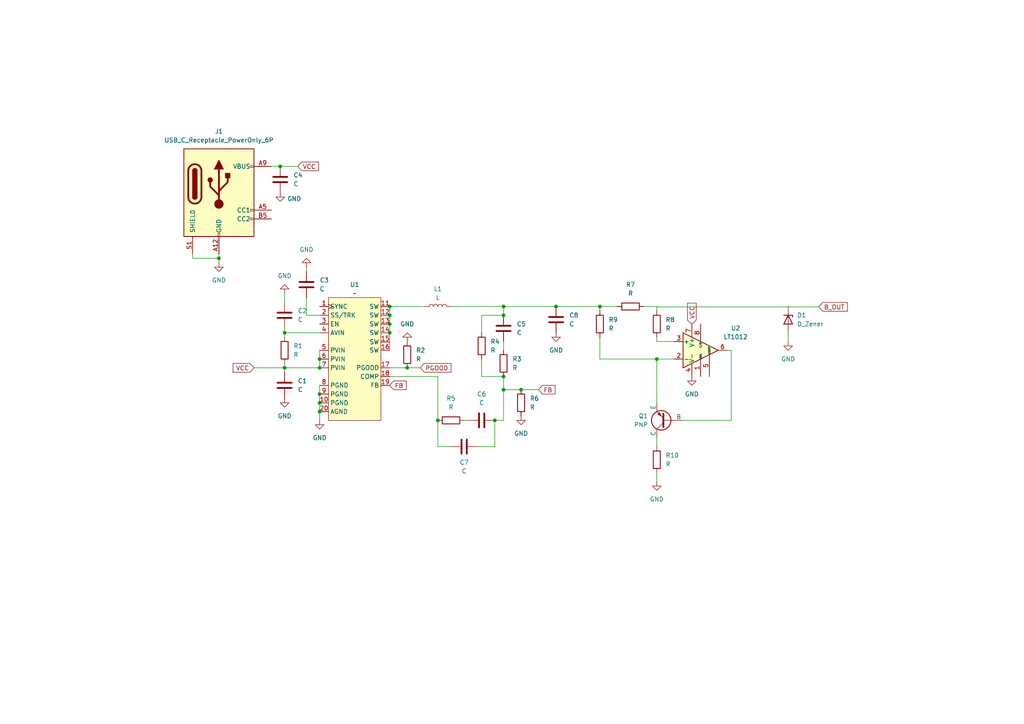
<source format=kicad_sch>
(kicad_sch
	(version 20250114)
	(generator "eeschema")
	(generator_version "9.0")
	(uuid "1509d8c0-080b-4b83-87f4-d06480f67f8d")
	(paper "A4")
	(lib_symbols
		(symbol "Amplifier_Operational:LT1012"
			(pin_names
				(offset 0.127)
			)
			(exclude_from_sim no)
			(in_bom yes)
			(on_board yes)
			(property "Reference" "U"
				(at 1.27 6.35 0)
				(effects
					(font
						(size 1.27 1.27)
					)
					(justify left)
				)
			)
			(property "Value" "LT1012"
				(at 1.27 3.81 0)
				(effects
					(font
						(size 1.27 1.27)
					)
					(justify left)
				)
			)
			(property "Footprint" ""
				(at 1.27 1.27 0)
				(effects
					(font
						(size 1.27 1.27)
					)
					(hide yes)
				)
			)
			(property "Datasheet" "https://www.analog.com/media/en/technical-documentation/data-sheets/lt1012.pdf"
				(at 1.27 3.81 0)
				(effects
					(font
						(size 1.27 1.27)
					)
					(hide yes)
				)
			)
			(property "Description" "Single Picoamp Input Current, Microvolt Offset, Low Noise Op Amp, DIP-8/SOIC-8/TO-5-8"
				(at 0 0 0)
				(effects
					(font
						(size 1.27 1.27)
					)
					(hide yes)
				)
			)
			(property "ki_keywords" "single opamp"
				(at 0 0 0)
				(effects
					(font
						(size 1.27 1.27)
					)
					(hide yes)
				)
			)
			(property "ki_fp_filters" "DIP*W7.62mm* SOIC*3.9x4.9mm*P1.27mm* TO?5*"
				(at 0 0 0)
				(effects
					(font
						(size 1.27 1.27)
					)
					(hide yes)
				)
			)
			(symbol "LT1012_0_1"
				(polyline
					(pts
						(xy -5.08 5.08) (xy 5.08 0) (xy -5.08 -5.08) (xy -5.08 5.08)
					)
					(stroke
						(width 0.254)
						(type default)
					)
					(fill
						(type background)
					)
				)
			)
			(symbol "LT1012_1_1"
				(pin input line
					(at -7.62 2.54 0)
					(length 2.54)
					(name "+"
						(effects
							(font
								(size 1.27 1.27)
							)
						)
					)
					(number "3"
						(effects
							(font
								(size 1.27 1.27)
							)
						)
					)
				)
				(pin input line
					(at -7.62 -2.54 0)
					(length 2.54)
					(name "-"
						(effects
							(font
								(size 1.27 1.27)
							)
						)
					)
					(number "2"
						(effects
							(font
								(size 1.27 1.27)
							)
						)
					)
				)
				(pin power_in line
					(at -2.54 7.62 270)
					(length 3.81)
					(name "V+"
						(effects
							(font
								(size 1.27 1.27)
							)
						)
					)
					(number "7"
						(effects
							(font
								(size 1.27 1.27)
							)
						)
					)
				)
				(pin power_in line
					(at -2.54 -7.62 90)
					(length 3.81)
					(name "V-"
						(effects
							(font
								(size 1.27 1.27)
							)
						)
					)
					(number "4"
						(effects
							(font
								(size 1.27 1.27)
							)
						)
					)
				)
				(pin input line
					(at 0 7.62 270)
					(length 5.08)
					(name "C/B"
						(effects
							(font
								(size 0.508 0.508)
							)
						)
					)
					(number "8"
						(effects
							(font
								(size 1.27 1.27)
							)
						)
					)
				)
				(pin input line
					(at 0 -7.62 90)
					(length 5.08)
					(name "BAL"
						(effects
							(font
								(size 0.508 0.508)
							)
						)
					)
					(number "1"
						(effects
							(font
								(size 1.27 1.27)
							)
						)
					)
				)
				(pin input line
					(at 2.54 -7.62 90)
					(length 6.35)
					(name "COMP"
						(effects
							(font
								(size 0.508 0.508)
							)
						)
					)
					(number "5"
						(effects
							(font
								(size 1.27 1.27)
							)
						)
					)
				)
				(pin output line
					(at 7.62 0 180)
					(length 2.54)
					(name "~"
						(effects
							(font
								(size 1.27 1.27)
							)
						)
					)
					(number "6"
						(effects
							(font
								(size 1.27 1.27)
							)
						)
					)
				)
			)
			(embedded_fonts no)
		)
		(symbol "Connector:USB_C_Receptacle_PowerOnly_6P"
			(pin_names
				(offset 1.016)
			)
			(exclude_from_sim no)
			(in_bom yes)
			(on_board yes)
			(property "Reference" "J"
				(at 0 16.51 0)
				(effects
					(font
						(size 1.27 1.27)
					)
					(justify bottom)
				)
			)
			(property "Value" "USB_C_Receptacle_PowerOnly_6P"
				(at 0 13.97 0)
				(effects
					(font
						(size 1.27 1.27)
					)
					(justify bottom)
				)
			)
			(property "Footprint" ""
				(at 3.81 2.54 0)
				(effects
					(font
						(size 1.27 1.27)
					)
					(hide yes)
				)
			)
			(property "Datasheet" "https://www.usb.org/sites/default/files/documents/usb_type-c.zip"
				(at 0 0 0)
				(effects
					(font
						(size 1.27 1.27)
					)
					(hide yes)
				)
			)
			(property "Description" "USB Power-Only 6P Type-C Receptacle connector"
				(at 0 0 0)
				(effects
					(font
						(size 1.27 1.27)
					)
					(hide yes)
				)
			)
			(property "ki_keywords" "usb universal serial bus type-C power-only charging-only 6P 6C"
				(at 0 0 0)
				(effects
					(font
						(size 1.27 1.27)
					)
					(hide yes)
				)
			)
			(property "ki_fp_filters" "USB*C*Receptacle*"
				(at 0 0 0)
				(effects
					(font
						(size 1.27 1.27)
					)
					(hide yes)
				)
			)
			(symbol "USB_C_Receptacle_PowerOnly_6P_0_0"
				(rectangle
					(start -0.254 -12.7)
					(end 0.254 -11.684)
					(stroke
						(width 0)
						(type default)
					)
					(fill
						(type none)
					)
				)
				(rectangle
					(start 10.16 7.874)
					(end 9.144 7.366)
					(stroke
						(width 0)
						(type default)
					)
					(fill
						(type none)
					)
				)
				(rectangle
					(start 10.16 -4.826)
					(end 9.144 -5.334)
					(stroke
						(width 0)
						(type default)
					)
					(fill
						(type none)
					)
				)
				(rectangle
					(start 10.16 -7.366)
					(end 9.144 -7.874)
					(stroke
						(width 0)
						(type default)
					)
					(fill
						(type none)
					)
				)
			)
			(symbol "USB_C_Receptacle_PowerOnly_6P_0_1"
				(rectangle
					(start -10.16 12.7)
					(end 10.16 -12.7)
					(stroke
						(width 0.254)
						(type default)
					)
					(fill
						(type background)
					)
				)
				(polyline
					(pts
						(xy -8.89 -1.27) (xy -8.89 6.35)
					)
					(stroke
						(width 0.508)
						(type default)
					)
					(fill
						(type none)
					)
				)
				(rectangle
					(start -7.62 -1.27)
					(end -6.35 6.35)
					(stroke
						(width 0.254)
						(type default)
					)
					(fill
						(type outline)
					)
				)
				(arc
					(start -7.62 6.35)
					(mid -6.985 6.9823)
					(end -6.35 6.35)
					(stroke
						(width 0.254)
						(type default)
					)
					(fill
						(type none)
					)
				)
				(arc
					(start -7.62 6.35)
					(mid -6.985 6.9823)
					(end -6.35 6.35)
					(stroke
						(width 0.254)
						(type default)
					)
					(fill
						(type outline)
					)
				)
				(arc
					(start -8.89 6.35)
					(mid -6.985 8.2467)
					(end -5.08 6.35)
					(stroke
						(width 0.508)
						(type default)
					)
					(fill
						(type none)
					)
				)
				(arc
					(start -5.08 -1.27)
					(mid -6.985 -3.1667)
					(end -8.89 -1.27)
					(stroke
						(width 0.508)
						(type default)
					)
					(fill
						(type none)
					)
				)
				(arc
					(start -6.35 -1.27)
					(mid -6.985 -1.9023)
					(end -7.62 -1.27)
					(stroke
						(width 0.254)
						(type default)
					)
					(fill
						(type none)
					)
				)
				(arc
					(start -6.35 -1.27)
					(mid -6.985 -1.9023)
					(end -7.62 -1.27)
					(stroke
						(width 0.254)
						(type default)
					)
					(fill
						(type outline)
					)
				)
				(polyline
					(pts
						(xy -5.08 6.35) (xy -5.08 -1.27)
					)
					(stroke
						(width 0.508)
						(type default)
					)
					(fill
						(type none)
					)
				)
				(circle
					(center -2.54 3.683)
					(radius 0.635)
					(stroke
						(width 0.254)
						(type default)
					)
					(fill
						(type outline)
					)
				)
				(polyline
					(pts
						(xy -1.27 6.858) (xy 0 9.398) (xy 1.27 6.858) (xy -1.27 6.858)
					)
					(stroke
						(width 0.254)
						(type default)
					)
					(fill
						(type outline)
					)
				)
				(polyline
					(pts
						(xy 0 0.508) (xy 2.54 3.048) (xy 2.54 4.318)
					)
					(stroke
						(width 0.508)
						(type default)
					)
					(fill
						(type none)
					)
				)
				(polyline
					(pts
						(xy 0 -0.762) (xy -2.54 1.778) (xy -2.54 3.048)
					)
					(stroke
						(width 0.508)
						(type default)
					)
					(fill
						(type none)
					)
				)
				(polyline
					(pts
						(xy 0 -3.302) (xy 0 6.858)
					)
					(stroke
						(width 0.508)
						(type default)
					)
					(fill
						(type none)
					)
				)
				(circle
					(center 0 -3.302)
					(radius 1.27)
					(stroke
						(width 0)
						(type default)
					)
					(fill
						(type outline)
					)
				)
				(rectangle
					(start 1.905 4.318)
					(end 3.175 5.588)
					(stroke
						(width 0.254)
						(type default)
					)
					(fill
						(type outline)
					)
				)
			)
			(symbol "USB_C_Receptacle_PowerOnly_6P_1_1"
				(pin passive line
					(at -7.62 -17.78 90)
					(length 5.08)
					(name "SHIELD"
						(effects
							(font
								(size 1.27 1.27)
							)
						)
					)
					(number "S1"
						(effects
							(font
								(size 1.27 1.27)
							)
						)
					)
				)
				(pin passive line
					(at 0 -17.78 90)
					(length 5.08)
					(name "GND"
						(effects
							(font
								(size 1.27 1.27)
							)
						)
					)
					(number "A12"
						(effects
							(font
								(size 1.27 1.27)
							)
						)
					)
				)
				(pin passive line
					(at 0 -17.78 90)
					(length 5.08)
					(hide yes)
					(name "GND"
						(effects
							(font
								(size 1.27 1.27)
							)
						)
					)
					(number "B12"
						(effects
							(font
								(size 1.27 1.27)
							)
						)
					)
				)
				(pin passive line
					(at 15.24 7.62 180)
					(length 5.08)
					(name "VBUS"
						(effects
							(font
								(size 1.27 1.27)
							)
						)
					)
					(number "A9"
						(effects
							(font
								(size 1.27 1.27)
							)
						)
					)
				)
				(pin passive line
					(at 15.24 7.62 180)
					(length 5.08)
					(hide yes)
					(name "VBUS"
						(effects
							(font
								(size 1.27 1.27)
							)
						)
					)
					(number "B9"
						(effects
							(font
								(size 1.27 1.27)
							)
						)
					)
				)
				(pin bidirectional line
					(at 15.24 -5.08 180)
					(length 5.08)
					(name "CC1"
						(effects
							(font
								(size 1.27 1.27)
							)
						)
					)
					(number "A5"
						(effects
							(font
								(size 1.27 1.27)
							)
						)
					)
				)
				(pin bidirectional line
					(at 15.24 -7.62 180)
					(length 5.08)
					(name "CC2"
						(effects
							(font
								(size 1.27 1.27)
							)
						)
					)
					(number "B5"
						(effects
							(font
								(size 1.27 1.27)
							)
						)
					)
				)
			)
			(embedded_fonts no)
		)
		(symbol "Device:C"
			(pin_numbers
				(hide yes)
			)
			(pin_names
				(offset 0.254)
			)
			(exclude_from_sim no)
			(in_bom yes)
			(on_board yes)
			(property "Reference" "C"
				(at 0.635 2.54 0)
				(effects
					(font
						(size 1.27 1.27)
					)
					(justify left)
				)
			)
			(property "Value" "C"
				(at 0.635 -2.54 0)
				(effects
					(font
						(size 1.27 1.27)
					)
					(justify left)
				)
			)
			(property "Footprint" ""
				(at 0.9652 -3.81 0)
				(effects
					(font
						(size 1.27 1.27)
					)
					(hide yes)
				)
			)
			(property "Datasheet" "~"
				(at 0 0 0)
				(effects
					(font
						(size 1.27 1.27)
					)
					(hide yes)
				)
			)
			(property "Description" "Unpolarized capacitor"
				(at 0 0 0)
				(effects
					(font
						(size 1.27 1.27)
					)
					(hide yes)
				)
			)
			(property "ki_keywords" "cap capacitor"
				(at 0 0 0)
				(effects
					(font
						(size 1.27 1.27)
					)
					(hide yes)
				)
			)
			(property "ki_fp_filters" "C_*"
				(at 0 0 0)
				(effects
					(font
						(size 1.27 1.27)
					)
					(hide yes)
				)
			)
			(symbol "C_0_1"
				(polyline
					(pts
						(xy -2.032 0.762) (xy 2.032 0.762)
					)
					(stroke
						(width 0.508)
						(type default)
					)
					(fill
						(type none)
					)
				)
				(polyline
					(pts
						(xy -2.032 -0.762) (xy 2.032 -0.762)
					)
					(stroke
						(width 0.508)
						(type default)
					)
					(fill
						(type none)
					)
				)
			)
			(symbol "C_1_1"
				(pin passive line
					(at 0 3.81 270)
					(length 2.794)
					(name "~"
						(effects
							(font
								(size 1.27 1.27)
							)
						)
					)
					(number "1"
						(effects
							(font
								(size 1.27 1.27)
							)
						)
					)
				)
				(pin passive line
					(at 0 -3.81 90)
					(length 2.794)
					(name "~"
						(effects
							(font
								(size 1.27 1.27)
							)
						)
					)
					(number "2"
						(effects
							(font
								(size 1.27 1.27)
							)
						)
					)
				)
			)
			(embedded_fonts no)
		)
		(symbol "Device:D_Zener"
			(pin_numbers
				(hide yes)
			)
			(pin_names
				(offset 1.016)
				(hide yes)
			)
			(exclude_from_sim no)
			(in_bom yes)
			(on_board yes)
			(property "Reference" "D"
				(at 0 2.54 0)
				(effects
					(font
						(size 1.27 1.27)
					)
				)
			)
			(property "Value" "D_Zener"
				(at 0 -2.54 0)
				(effects
					(font
						(size 1.27 1.27)
					)
				)
			)
			(property "Footprint" ""
				(at 0 0 0)
				(effects
					(font
						(size 1.27 1.27)
					)
					(hide yes)
				)
			)
			(property "Datasheet" "~"
				(at 0 0 0)
				(effects
					(font
						(size 1.27 1.27)
					)
					(hide yes)
				)
			)
			(property "Description" "Zener diode"
				(at 0 0 0)
				(effects
					(font
						(size 1.27 1.27)
					)
					(hide yes)
				)
			)
			(property "ki_keywords" "diode"
				(at 0 0 0)
				(effects
					(font
						(size 1.27 1.27)
					)
					(hide yes)
				)
			)
			(property "ki_fp_filters" "TO-???* *_Diode_* *SingleDiode* D_*"
				(at 0 0 0)
				(effects
					(font
						(size 1.27 1.27)
					)
					(hide yes)
				)
			)
			(symbol "D_Zener_0_1"
				(polyline
					(pts
						(xy -1.27 -1.27) (xy -1.27 1.27) (xy -0.762 1.27)
					)
					(stroke
						(width 0.254)
						(type default)
					)
					(fill
						(type none)
					)
				)
				(polyline
					(pts
						(xy 1.27 0) (xy -1.27 0)
					)
					(stroke
						(width 0)
						(type default)
					)
					(fill
						(type none)
					)
				)
				(polyline
					(pts
						(xy 1.27 -1.27) (xy 1.27 1.27) (xy -1.27 0) (xy 1.27 -1.27)
					)
					(stroke
						(width 0.254)
						(type default)
					)
					(fill
						(type none)
					)
				)
			)
			(symbol "D_Zener_1_1"
				(pin passive line
					(at -3.81 0 0)
					(length 2.54)
					(name "K"
						(effects
							(font
								(size 1.27 1.27)
							)
						)
					)
					(number "1"
						(effects
							(font
								(size 1.27 1.27)
							)
						)
					)
				)
				(pin passive line
					(at 3.81 0 180)
					(length 2.54)
					(name "A"
						(effects
							(font
								(size 1.27 1.27)
							)
						)
					)
					(number "2"
						(effects
							(font
								(size 1.27 1.27)
							)
						)
					)
				)
			)
			(embedded_fonts no)
		)
		(symbol "Device:L"
			(pin_numbers
				(hide yes)
			)
			(pin_names
				(offset 1.016)
				(hide yes)
			)
			(exclude_from_sim no)
			(in_bom yes)
			(on_board yes)
			(property "Reference" "L"
				(at -1.27 0 90)
				(effects
					(font
						(size 1.27 1.27)
					)
				)
			)
			(property "Value" "L"
				(at 1.905 0 90)
				(effects
					(font
						(size 1.27 1.27)
					)
				)
			)
			(property "Footprint" ""
				(at 0 0 0)
				(effects
					(font
						(size 1.27 1.27)
					)
					(hide yes)
				)
			)
			(property "Datasheet" "~"
				(at 0 0 0)
				(effects
					(font
						(size 1.27 1.27)
					)
					(hide yes)
				)
			)
			(property "Description" "Inductor"
				(at 0 0 0)
				(effects
					(font
						(size 1.27 1.27)
					)
					(hide yes)
				)
			)
			(property "ki_keywords" "inductor choke coil reactor magnetic"
				(at 0 0 0)
				(effects
					(font
						(size 1.27 1.27)
					)
					(hide yes)
				)
			)
			(property "ki_fp_filters" "Choke_* *Coil* Inductor_* L_*"
				(at 0 0 0)
				(effects
					(font
						(size 1.27 1.27)
					)
					(hide yes)
				)
			)
			(symbol "L_0_1"
				(arc
					(start 0 2.54)
					(mid 0.6323 1.905)
					(end 0 1.27)
					(stroke
						(width 0)
						(type default)
					)
					(fill
						(type none)
					)
				)
				(arc
					(start 0 1.27)
					(mid 0.6323 0.635)
					(end 0 0)
					(stroke
						(width 0)
						(type default)
					)
					(fill
						(type none)
					)
				)
				(arc
					(start 0 0)
					(mid 0.6323 -0.635)
					(end 0 -1.27)
					(stroke
						(width 0)
						(type default)
					)
					(fill
						(type none)
					)
				)
				(arc
					(start 0 -1.27)
					(mid 0.6323 -1.905)
					(end 0 -2.54)
					(stroke
						(width 0)
						(type default)
					)
					(fill
						(type none)
					)
				)
			)
			(symbol "L_1_1"
				(pin passive line
					(at 0 3.81 270)
					(length 1.27)
					(name "1"
						(effects
							(font
								(size 1.27 1.27)
							)
						)
					)
					(number "1"
						(effects
							(font
								(size 1.27 1.27)
							)
						)
					)
				)
				(pin passive line
					(at 0 -3.81 90)
					(length 1.27)
					(name "2"
						(effects
							(font
								(size 1.27 1.27)
							)
						)
					)
					(number "2"
						(effects
							(font
								(size 1.27 1.27)
							)
						)
					)
				)
			)
			(embedded_fonts no)
		)
		(symbol "Device:R"
			(pin_numbers
				(hide yes)
			)
			(pin_names
				(offset 0)
			)
			(exclude_from_sim no)
			(in_bom yes)
			(on_board yes)
			(property "Reference" "R"
				(at 2.032 0 90)
				(effects
					(font
						(size 1.27 1.27)
					)
				)
			)
			(property "Value" "R"
				(at 0 0 90)
				(effects
					(font
						(size 1.27 1.27)
					)
				)
			)
			(property "Footprint" ""
				(at -1.778 0 90)
				(effects
					(font
						(size 1.27 1.27)
					)
					(hide yes)
				)
			)
			(property "Datasheet" "~"
				(at 0 0 0)
				(effects
					(font
						(size 1.27 1.27)
					)
					(hide yes)
				)
			)
			(property "Description" "Resistor"
				(at 0 0 0)
				(effects
					(font
						(size 1.27 1.27)
					)
					(hide yes)
				)
			)
			(property "ki_keywords" "R res resistor"
				(at 0 0 0)
				(effects
					(font
						(size 1.27 1.27)
					)
					(hide yes)
				)
			)
			(property "ki_fp_filters" "R_*"
				(at 0 0 0)
				(effects
					(font
						(size 1.27 1.27)
					)
					(hide yes)
				)
			)
			(symbol "R_0_1"
				(rectangle
					(start -1.016 -2.54)
					(end 1.016 2.54)
					(stroke
						(width 0.254)
						(type default)
					)
					(fill
						(type none)
					)
				)
			)
			(symbol "R_1_1"
				(pin passive line
					(at 0 3.81 270)
					(length 1.27)
					(name "~"
						(effects
							(font
								(size 1.27 1.27)
							)
						)
					)
					(number "1"
						(effects
							(font
								(size 1.27 1.27)
							)
						)
					)
				)
				(pin passive line
					(at 0 -3.81 90)
					(length 1.27)
					(name "~"
						(effects
							(font
								(size 1.27 1.27)
							)
						)
					)
					(number "2"
						(effects
							(font
								(size 1.27 1.27)
							)
						)
					)
				)
			)
			(embedded_fonts no)
		)
		(symbol "Simulation_SPICE:PNP"
			(pin_numbers
				(hide yes)
			)
			(pin_names
				(offset 0)
			)
			(exclude_from_sim no)
			(in_bom yes)
			(on_board yes)
			(property "Reference" "Q"
				(at -2.54 7.62 0)
				(effects
					(font
						(size 1.27 1.27)
					)
				)
			)
			(property "Value" "PNP"
				(at -2.54 5.08 0)
				(effects
					(font
						(size 1.27 1.27)
					)
				)
			)
			(property "Footprint" ""
				(at 35.56 0 0)
				(effects
					(font
						(size 1.27 1.27)
					)
					(hide yes)
				)
			)
			(property "Datasheet" "https://ngspice.sourceforge.io/docs/ngspice-html-manual/manual.xhtml#cha_BJTs"
				(at 35.56 0 0)
				(effects
					(font
						(size 1.27 1.27)
					)
					(hide yes)
				)
			)
			(property "Description" "Bipolar transistor symbol for simulation only, substrate tied to the emitter"
				(at 0 0 0)
				(effects
					(font
						(size 1.27 1.27)
					)
					(hide yes)
				)
			)
			(property "Sim.Device" "PNP"
				(at 0 0 0)
				(effects
					(font
						(size 1.27 1.27)
					)
					(hide yes)
				)
			)
			(property "Sim.Type" "GUMMELPOON"
				(at 0 0 0)
				(effects
					(font
						(size 1.27 1.27)
					)
					(hide yes)
				)
			)
			(property "Sim.Pins" "1=C 2=B 3=E"
				(at 0 0 0)
				(effects
					(font
						(size 1.27 1.27)
					)
					(hide yes)
				)
			)
			(property "ki_keywords" "simulation"
				(at 0 0 0)
				(effects
					(font
						(size 1.27 1.27)
					)
					(hide yes)
				)
			)
			(symbol "PNP_0_1"
				(polyline
					(pts
						(xy -2.54 0) (xy 0.635 0)
					)
					(stroke
						(width 0.1524)
						(type default)
					)
					(fill
						(type none)
					)
				)
				(polyline
					(pts
						(xy 0.635 1.905) (xy 0.635 -1.905) (xy 0.635 -1.905)
					)
					(stroke
						(width 0.508)
						(type default)
					)
					(fill
						(type none)
					)
				)
				(polyline
					(pts
						(xy 0.635 0.635) (xy 2.54 2.54)
					)
					(stroke
						(width 0)
						(type default)
					)
					(fill
						(type none)
					)
				)
				(polyline
					(pts
						(xy 0.635 -0.635) (xy 2.54 -2.54) (xy 2.54 -2.54)
					)
					(stroke
						(width 0)
						(type default)
					)
					(fill
						(type none)
					)
				)
				(circle
					(center 1.27 0)
					(radius 2.8194)
					(stroke
						(width 0.254)
						(type default)
					)
					(fill
						(type none)
					)
				)
				(polyline
					(pts
						(xy 2.286 -1.778) (xy 1.778 -2.286) (xy 1.27 -1.27) (xy 2.286 -1.778) (xy 2.286 -1.778)
					)
					(stroke
						(width 0)
						(type default)
					)
					(fill
						(type outline)
					)
				)
			)
			(symbol "PNP_1_1"
				(pin input line
					(at -5.08 0 0)
					(length 2.54)
					(name "B"
						(effects
							(font
								(size 1.27 1.27)
							)
						)
					)
					(number "2"
						(effects
							(font
								(size 1.27 1.27)
							)
						)
					)
				)
				(pin open_collector line
					(at 2.54 5.08 270)
					(length 2.54)
					(name "C"
						(effects
							(font
								(size 1.27 1.27)
							)
						)
					)
					(number "1"
						(effects
							(font
								(size 1.27 1.27)
							)
						)
					)
				)
				(pin open_emitter line
					(at 2.54 -5.08 90)
					(length 2.54)
					(name "E"
						(effects
							(font
								(size 1.27 1.27)
							)
						)
					)
					(number "3"
						(effects
							(font
								(size 1.27 1.27)
							)
						)
					)
				)
			)
			(embedded_fonts no)
		)
		(symbol "bb_ps_parts:LM21215A"
			(exclude_from_sim no)
			(in_bom yes)
			(on_board yes)
			(property "Reference" "U"
				(at 0 5.334 0)
				(effects
					(font
						(size 1.27 1.27)
					)
				)
			)
			(property "Value" ""
				(at 0 0 0)
				(effects
					(font
						(size 1.27 1.27)
					)
				)
			)
			(property "Footprint" "Package_SO:HTSSOP-20-1EP_4.4x6.5mm_P0.65mm_EP3.4x6.5mm_Mask2.96x2.96mm"
				(at 2.794 -33.02 0)
				(effects
					(font
						(size 1.27 1.27)
					)
					(hide yes)
				)
			)
			(property "Datasheet" "https://www.ti.com/lit/ds/symlink/lm21215a.pdf?ts=1753354095240"
				(at 3.302 -35.306 0)
				(effects
					(font
						(size 1.27 1.27)
					)
					(hide yes)
				)
			)
			(property "Description" ""
				(at 0 0 0)
				(effects
					(font
						(size 1.27 1.27)
					)
					(hide yes)
				)
			)
			(symbol "LM21215A_1_1"
				(rectangle
					(start -7.62 3.81)
					(end 7.62 -31.75)
					(stroke
						(width 0)
						(type solid)
					)
					(fill
						(type color)
						(color 255 255 194 1)
					)
				)
				(pin input clock
					(at -10.16 1.27 0)
					(length 2.54)
					(name "SYNC"
						(effects
							(font
								(size 1.27 1.27)
							)
						)
					)
					(number "1"
						(effects
							(font
								(size 1.27 1.27)
							)
						)
					)
				)
				(pin input line
					(at -10.16 -1.27 0)
					(length 2.54)
					(name "SS/TRK"
						(effects
							(font
								(size 1.27 1.27)
							)
						)
					)
					(number "2"
						(effects
							(font
								(size 1.27 1.27)
							)
						)
					)
				)
				(pin input line
					(at -10.16 -3.81 0)
					(length 2.54)
					(name "EN"
						(effects
							(font
								(size 1.27 1.27)
							)
						)
					)
					(number "3"
						(effects
							(font
								(size 1.27 1.27)
							)
						)
					)
				)
				(pin power_in line
					(at -10.16 -6.35 0)
					(length 2.54)
					(name "AVIN"
						(effects
							(font
								(size 1.27 1.27)
							)
						)
					)
					(number "4"
						(effects
							(font
								(size 1.27 1.27)
							)
						)
					)
				)
				(pin power_in line
					(at -10.16 -11.43 0)
					(length 2.54)
					(name "PVIN"
						(effects
							(font
								(size 1.27 1.27)
							)
						)
					)
					(number "5"
						(effects
							(font
								(size 1.27 1.27)
							)
						)
					)
				)
				(pin power_in line
					(at -10.16 -13.97 0)
					(length 2.54)
					(name "PVIN"
						(effects
							(font
								(size 1.27 1.27)
							)
						)
					)
					(number "6"
						(effects
							(font
								(size 1.27 1.27)
							)
						)
					)
				)
				(pin power_in line
					(at -10.16 -16.51 0)
					(length 2.54)
					(name "PVIN"
						(effects
							(font
								(size 1.27 1.27)
							)
						)
					)
					(number "7"
						(effects
							(font
								(size 1.27 1.27)
							)
						)
					)
				)
				(pin power_out line
					(at -10.16 -21.59 0)
					(length 2.54)
					(name "PGND"
						(effects
							(font
								(size 1.27 1.27)
							)
						)
					)
					(number "8"
						(effects
							(font
								(size 1.27 1.27)
							)
						)
					)
				)
				(pin power_out line
					(at -10.16 -24.13 0)
					(length 2.54)
					(name "PGND"
						(effects
							(font
								(size 1.27 1.27)
							)
						)
					)
					(number "9"
						(effects
							(font
								(size 1.27 1.27)
							)
						)
					)
				)
				(pin power_out line
					(at -10.16 -26.67 0)
					(length 2.54)
					(name "PGND"
						(effects
							(font
								(size 1.27 1.27)
							)
						)
					)
					(number "10"
						(effects
							(font
								(size 1.27 1.27)
							)
						)
					)
				)
				(pin power_out line
					(at -10.16 -29.21 0)
					(length 2.54)
					(name "AGND"
						(effects
							(font
								(size 1.27 1.27)
							)
						)
					)
					(number "20"
						(effects
							(font
								(size 1.27 1.27)
							)
						)
					)
				)
				(pin power_out line
					(at 10.1589 -8.9934 180)
					(length 2.54)
					(name "SW"
						(effects
							(font
								(size 1.27 1.27)
							)
						)
					)
					(number "15"
						(effects
							(font
								(size 1.27 1.27)
							)
						)
					)
				)
				(pin power_out line
					(at 10.1589 -11.43 180)
					(length 2.54)
					(name "SW"
						(effects
							(font
								(size 1.27 1.27)
							)
						)
					)
					(number "16"
						(effects
							(font
								(size 1.27 1.27)
							)
						)
					)
				)
				(pin power_out line
					(at 10.16 1.27 180)
					(length 2.54)
					(name "SW"
						(effects
							(font
								(size 1.27 1.27)
							)
						)
					)
					(number "11"
						(effects
							(font
								(size 1.27 1.27)
							)
						)
					)
				)
				(pin power_out line
					(at 10.16 -1.27 180)
					(length 2.54)
					(name "SW"
						(effects
							(font
								(size 1.27 1.27)
							)
						)
					)
					(number "12"
						(effects
							(font
								(size 1.27 1.27)
							)
						)
					)
				)
				(pin power_out line
					(at 10.16 -3.81 180)
					(length 2.54)
					(name "SW"
						(effects
							(font
								(size 1.27 1.27)
							)
						)
					)
					(number "13"
						(effects
							(font
								(size 1.27 1.27)
							)
						)
					)
				)
				(pin power_out line
					(at 10.16 -6.35 180)
					(length 2.54)
					(name "SW"
						(effects
							(font
								(size 1.27 1.27)
							)
						)
					)
					(number "14"
						(effects
							(font
								(size 1.27 1.27)
							)
						)
					)
				)
				(pin output line
					(at 10.16 -16.51 180)
					(length 2.54)
					(name "PGOOD"
						(effects
							(font
								(size 1.27 1.27)
							)
						)
					)
					(number "17"
						(effects
							(font
								(size 1.27 1.27)
							)
						)
					)
				)
				(pin output line
					(at 10.16 -19.05 180)
					(length 2.54)
					(name "COMP"
						(effects
							(font
								(size 1.27 1.27)
							)
						)
					)
					(number "18"
						(effects
							(font
								(size 1.27 1.27)
							)
						)
					)
				)
				(pin input line
					(at 10.16 -21.59 180)
					(length 2.54)
					(name "FB"
						(effects
							(font
								(size 1.27 1.27)
							)
						)
					)
					(number "19"
						(effects
							(font
								(size 1.27 1.27)
							)
						)
					)
				)
			)
			(embedded_fonts no)
		)
		(symbol "power:GND"
			(power)
			(pin_numbers
				(hide yes)
			)
			(pin_names
				(offset 0)
				(hide yes)
			)
			(exclude_from_sim no)
			(in_bom yes)
			(on_board yes)
			(property "Reference" "#PWR"
				(at 0 -6.35 0)
				(effects
					(font
						(size 1.27 1.27)
					)
					(hide yes)
				)
			)
			(property "Value" "GND"
				(at 0 -3.81 0)
				(effects
					(font
						(size 1.27 1.27)
					)
				)
			)
			(property "Footprint" ""
				(at 0 0 0)
				(effects
					(font
						(size 1.27 1.27)
					)
					(hide yes)
				)
			)
			(property "Datasheet" ""
				(at 0 0 0)
				(effects
					(font
						(size 1.27 1.27)
					)
					(hide yes)
				)
			)
			(property "Description" "Power symbol creates a global label with name \"GND\" , ground"
				(at 0 0 0)
				(effects
					(font
						(size 1.27 1.27)
					)
					(hide yes)
				)
			)
			(property "ki_keywords" "global power"
				(at 0 0 0)
				(effects
					(font
						(size 1.27 1.27)
					)
					(hide yes)
				)
			)
			(symbol "GND_0_1"
				(polyline
					(pts
						(xy 0 0) (xy 0 -1.27) (xy 1.27 -1.27) (xy 0 -2.54) (xy -1.27 -1.27) (xy 0 -1.27)
					)
					(stroke
						(width 0)
						(type default)
					)
					(fill
						(type none)
					)
				)
			)
			(symbol "GND_1_1"
				(pin power_in line
					(at 0 0 270)
					(length 0)
					(name "~"
						(effects
							(font
								(size 1.27 1.27)
							)
						)
					)
					(number "1"
						(effects
							(font
								(size 1.27 1.27)
							)
						)
					)
				)
			)
			(embedded_fonts no)
		)
	)
	(junction
		(at 92.71 114.3)
		(diameter 0)
		(color 0 0 0 0)
		(uuid "1f7c6e76-8dac-4fc6-b73b-616e62848f7e")
	)
	(junction
		(at 92.71 104.14)
		(diameter 0)
		(color 0 0 0 0)
		(uuid "24653166-5ab8-4787-88b5-ca175de0e0bb")
	)
	(junction
		(at 82.55 106.68)
		(diameter 0)
		(color 0 0 0 0)
		(uuid "2b1b2d63-3fb3-4936-96bd-b8196656e78c")
	)
	(junction
		(at 146.05 91.44)
		(diameter 0)
		(color 0 0 0 0)
		(uuid "390b3026-a8d6-460c-8881-455cd95be6ff")
	)
	(junction
		(at 113.03 91.44)
		(diameter 0)
		(color 0 0 0 0)
		(uuid "39c76292-d2b5-4b40-8458-84b144ed1857")
	)
	(junction
		(at 92.71 106.68)
		(diameter 0)
		(color 0 0 0 0)
		(uuid "51aaf15a-b2e8-4e83-8c70-873877ecab87")
	)
	(junction
		(at 113.03 88.9)
		(diameter 0)
		(color 0 0 0 0)
		(uuid "56f06a11-0e3a-4d74-a08c-8fe768b32760")
	)
	(junction
		(at 161.29 88.9)
		(diameter 0)
		(color 0 0 0 0)
		(uuid "5e4b87a1-ec53-467e-b7bc-3b24257d7d39")
	)
	(junction
		(at 151.13 113.03)
		(diameter 0)
		(color 0 0 0 0)
		(uuid "600f6b87-0322-4fd6-a920-b182ce592c90")
	)
	(junction
		(at 113.03 93.98)
		(diameter 0)
		(color 0 0 0 0)
		(uuid "66cdf329-ea0a-4f99-81b3-e3c0d244b186")
	)
	(junction
		(at 146.05 88.9)
		(diameter 0)
		(color 0 0 0 0)
		(uuid "6c3d5e6c-252e-4263-b131-f341559f59a8")
	)
	(junction
		(at 190.5 104.14)
		(diameter 0)
		(color 0 0 0 0)
		(uuid "7294af42-dc0a-4655-90ab-8176803a4a4e")
	)
	(junction
		(at 118.11 106.68)
		(diameter 0)
		(color 0 0 0 0)
		(uuid "80167776-63a2-4674-8318-e921fe973519")
	)
	(junction
		(at 113.03 96.52)
		(diameter 0)
		(color 0 0 0 0)
		(uuid "898909b0-92c3-4d67-b30e-0d7c283b62cb")
	)
	(junction
		(at 82.55 96.52)
		(diameter 0)
		(color 0 0 0 0)
		(uuid "89a50365-3ac9-4bca-a528-3cab1d165213")
	)
	(junction
		(at 127 121.92)
		(diameter 0)
		(color 0 0 0 0)
		(uuid "906b267e-e661-4326-8efb-d63c7a570551")
	)
	(junction
		(at 63.5 74.93)
		(diameter 0)
		(color 0 0 0 0)
		(uuid "90d3e40a-e665-43d3-9a4a-f3f773071d14")
	)
	(junction
		(at 143.51 121.92)
		(diameter 0)
		(color 0 0 0 0)
		(uuid "9e003adc-aa2f-428a-953a-05acf834ed38")
	)
	(junction
		(at 173.99 88.9)
		(diameter 0)
		(color 0 0 0 0)
		(uuid "9fed4108-569b-4f6f-ab3a-042a8bd2d1e5")
	)
	(junction
		(at 146.05 109.22)
		(diameter 0)
		(color 0 0 0 0)
		(uuid "a8278280-18d0-46e9-bd06-598f834a4981")
	)
	(junction
		(at 146.05 113.03)
		(diameter 0)
		(color 0 0 0 0)
		(uuid "a992ad12-eb31-4179-b8f2-f15a8cca2156")
	)
	(junction
		(at 81.28 48.26)
		(diameter 0)
		(color 0 0 0 0)
		(uuid "bd1d6b2e-2541-46fa-8c9a-dbdd2627fabf")
	)
	(junction
		(at 92.71 116.84)
		(diameter 0)
		(color 0 0 0 0)
		(uuid "dfcaf3c0-85bf-4642-abae-76fb514e67fe")
	)
	(junction
		(at 92.71 119.38)
		(diameter 0)
		(color 0 0 0 0)
		(uuid "e9ee6fd7-d97d-49d9-8549-0070dfe451f5")
	)
	(wire
		(pts
			(xy 73.66 106.68) (xy 82.55 106.68)
		)
		(stroke
			(width 0)
			(type default)
		)
		(uuid "016dcd5a-c7cb-4d12-b48c-bb858200c535")
	)
	(wire
		(pts
			(xy 86.36 48.26) (xy 81.28 48.26)
		)
		(stroke
			(width 0)
			(type default)
		)
		(uuid "02d60d33-a95b-4fd2-97e3-8482ad7834be")
	)
	(wire
		(pts
			(xy 146.05 99.06) (xy 146.05 101.6)
		)
		(stroke
			(width 0)
			(type default)
		)
		(uuid "0439db22-535d-42ce-8263-79038677b803")
	)
	(wire
		(pts
			(xy 146.05 88.9) (xy 161.29 88.9)
		)
		(stroke
			(width 0)
			(type default)
		)
		(uuid "0d91ef6e-ea55-4547-85fb-ba6ccf1debac")
	)
	(wire
		(pts
			(xy 127 121.92) (xy 127 129.54)
		)
		(stroke
			(width 0)
			(type default)
		)
		(uuid "0e16f8a0-add2-4e01-945b-7caa6258a3b8")
	)
	(wire
		(pts
			(xy 146.05 113.03) (xy 146.05 121.92)
		)
		(stroke
			(width 0)
			(type default)
		)
		(uuid "0fe7b7eb-8ada-416d-883e-a772757419ec")
	)
	(wire
		(pts
			(xy 82.55 96.52) (xy 92.71 96.52)
		)
		(stroke
			(width 0)
			(type default)
		)
		(uuid "12b199dd-9a65-4d64-b2b6-1b1c59aae92a")
	)
	(wire
		(pts
			(xy 92.71 111.76) (xy 92.71 114.3)
		)
		(stroke
			(width 0)
			(type default)
		)
		(uuid "179fd0a8-403d-47c7-94f0-14143cf42f40")
	)
	(wire
		(pts
			(xy 92.71 116.84) (xy 92.71 119.38)
		)
		(stroke
			(width 0)
			(type default)
		)
		(uuid "17feddd0-b443-4b30-8bba-eb0c8c7c806d")
	)
	(wire
		(pts
			(xy 190.5 137.16) (xy 190.5 139.7)
		)
		(stroke
			(width 0)
			(type default)
		)
		(uuid "2439623c-44f4-4b76-b1b4-90d6f2de11c9")
	)
	(wire
		(pts
			(xy 118.11 106.68) (xy 121.92 106.68)
		)
		(stroke
			(width 0)
			(type default)
		)
		(uuid "3090cfd8-048f-4931-bcef-b8f8b690b4a0")
	)
	(wire
		(pts
			(xy 198.12 121.92) (xy 212.09 121.92)
		)
		(stroke
			(width 0)
			(type default)
		)
		(uuid "34d55a25-5aff-4158-8dc0-f37fd1e25089")
	)
	(wire
		(pts
			(xy 143.51 121.92) (xy 146.05 121.92)
		)
		(stroke
			(width 0)
			(type default)
		)
		(uuid "44e865ff-9ff6-403f-aa32-1ede1162d0fb")
	)
	(wire
		(pts
			(xy 190.5 97.79) (xy 190.5 99.06)
		)
		(stroke
			(width 0)
			(type default)
		)
		(uuid "4a2a9beb-50b6-43e9-8871-591b6801f15e")
	)
	(wire
		(pts
			(xy 113.03 88.9) (xy 123.19 88.9)
		)
		(stroke
			(width 0)
			(type default)
		)
		(uuid "4ee250cd-101c-47ba-960d-eb688ebc04da")
	)
	(wire
		(pts
			(xy 210.82 101.6) (xy 212.09 101.6)
		)
		(stroke
			(width 0)
			(type default)
		)
		(uuid "547e929a-0df8-4d5f-916b-a90ec0303e66")
	)
	(wire
		(pts
			(xy 190.4989 89.0034) (xy 237.4889 89.0034)
		)
		(stroke
			(width 0)
			(type default)
		)
		(uuid "5b4e6e3c-550b-4d9b-b7c4-6859c3835515")
	)
	(wire
		(pts
			(xy 190.5 99.06) (xy 195.58 99.06)
		)
		(stroke
			(width 0)
			(type default)
		)
		(uuid "620c4d39-706b-4220-b77b-f1304feb7308")
	)
	(wire
		(pts
			(xy 127 109.22) (xy 127 121.92)
		)
		(stroke
			(width 0)
			(type default)
		)
		(uuid "6d3b7159-0a3b-4a67-abe3-c821c52ccd96")
	)
	(wire
		(pts
			(xy 212.09 121.92) (xy 212.09 101.6)
		)
		(stroke
			(width 0)
			(type default)
		)
		(uuid "6ebb7fea-a56d-4e59-a7f2-cad784927106")
	)
	(wire
		(pts
			(xy 82.55 85.09) (xy 82.55 87.63)
		)
		(stroke
			(width 0)
			(type default)
		)
		(uuid "6edf0a1e-7ec4-416c-86a4-727a64b8e216")
	)
	(wire
		(pts
			(xy 139.7 104.14) (xy 139.7 109.22)
		)
		(stroke
			(width 0)
			(type default)
		)
		(uuid "70d1b43d-e5b7-44e3-89a0-c25e019d5337")
	)
	(wire
		(pts
			(xy 173.99 104.14) (xy 190.5 104.14)
		)
		(stroke
			(width 0)
			(type default)
		)
		(uuid "7168646e-8dc6-4ef3-afac-1924734c4603")
	)
	(wire
		(pts
			(xy 113.03 96.52) (xy 113.03 101.6)
		)
		(stroke
			(width 0)
			(type default)
		)
		(uuid "7c3f9e11-eace-4dc4-9d0d-735f73c22e5d")
	)
	(wire
		(pts
			(xy 82.55 95.25) (xy 82.55 96.52)
		)
		(stroke
			(width 0)
			(type default)
		)
		(uuid "7f70efb2-19d5-4dcf-abfd-ae49470dd8e4")
	)
	(wire
		(pts
			(xy 82.55 106.68) (xy 92.71 106.68)
		)
		(stroke
			(width 0)
			(type default)
		)
		(uuid "83c657b0-b68c-4241-b0d6-17e4cf4ea732")
	)
	(wire
		(pts
			(xy 190.5 104.14) (xy 195.58 104.14)
		)
		(stroke
			(width 0)
			(type default)
		)
		(uuid "899844c8-e57a-42b9-80c1-57521bfcb979")
	)
	(wire
		(pts
			(xy 113.03 93.98) (xy 113.03 96.52)
		)
		(stroke
			(width 0)
			(type default)
		)
		(uuid "8d0b6ddf-f666-4faa-bb40-cf2c624a2d52")
	)
	(wire
		(pts
			(xy 139.7 91.44) (xy 139.7 96.52)
		)
		(stroke
			(width 0)
			(type default)
		)
		(uuid "8daaa544-c284-4b71-b844-ec107c7ca70f")
	)
	(wire
		(pts
			(xy 63.5 74.93) (xy 63.5 76.2)
		)
		(stroke
			(width 0)
			(type default)
		)
		(uuid "93fb298b-aa02-4512-a1cb-7493b99999a9")
	)
	(wire
		(pts
			(xy 161.29 88.9) (xy 173.99 88.9)
		)
		(stroke
			(width 0)
			(type default)
		)
		(uuid "962a7ec2-24e6-430f-b9b9-8227d6fdd35d")
	)
	(wire
		(pts
			(xy 139.7 109.22) (xy 146.05 109.22)
		)
		(stroke
			(width 0)
			(type default)
		)
		(uuid "97c049e7-bdbb-4ead-87c5-69bea6199f07")
	)
	(wire
		(pts
			(xy 173.99 88.9) (xy 173.99 90.17)
		)
		(stroke
			(width 0)
			(type default)
		)
		(uuid "990af356-15b5-45d3-9fcb-56bb9fb17cc6")
	)
	(wire
		(pts
			(xy 88.9 77.47) (xy 88.9 78.74)
		)
		(stroke
			(width 0)
			(type default)
		)
		(uuid "9cd5c249-8fd7-4ce1-9128-7475a7d68fd0")
	)
	(wire
		(pts
			(xy 228.6 96.52) (xy 228.6 99.06)
		)
		(stroke
			(width 0)
			(type default)
		)
		(uuid "a1dab428-2d32-4b84-87f1-c7625b65e387")
	)
	(wire
		(pts
			(xy 92.71 101.6) (xy 92.71 104.14)
		)
		(stroke
			(width 0)
			(type default)
		)
		(uuid "a2e4f5d5-2be6-4670-b02b-c9a4759daf53")
	)
	(wire
		(pts
			(xy 113.03 106.68) (xy 118.11 106.68)
		)
		(stroke
			(width 0)
			(type default)
		)
		(uuid "a50dacba-b9f9-47c0-b7ec-454af8a981f1")
	)
	(wire
		(pts
			(xy 146.05 109.22) (xy 146.05 113.03)
		)
		(stroke
			(width 0)
			(type default)
		)
		(uuid "a5f3026d-662b-4dc3-a224-35ca36cfb453")
	)
	(wire
		(pts
			(xy 146.05 88.9) (xy 146.05 91.44)
		)
		(stroke
			(width 0)
			(type default)
		)
		(uuid "b106396d-eb47-468e-b589-56ee1a04777b")
	)
	(wire
		(pts
			(xy 55.88 73.66) (xy 55.88 74.93)
		)
		(stroke
			(width 0)
			(type default)
		)
		(uuid "b299cf68-bc6f-4279-b37b-c79b1361b173")
	)
	(wire
		(pts
			(xy 190.5 104.14) (xy 190.5 116.84)
		)
		(stroke
			(width 0)
			(type default)
		)
		(uuid "b5478101-7df4-430c-a082-edb098a09ce3")
	)
	(wire
		(pts
			(xy 173.99 97.79) (xy 173.99 104.14)
		)
		(stroke
			(width 0)
			(type default)
		)
		(uuid "be0705a9-9427-4eb1-a407-74afd792caa6")
	)
	(wire
		(pts
			(xy 92.71 104.14) (xy 92.71 106.68)
		)
		(stroke
			(width 0)
			(type default)
		)
		(uuid "be9c4478-73bd-4745-bb6c-40db82e0f218")
	)
	(wire
		(pts
			(xy 113.03 91.44) (xy 113.03 93.98)
		)
		(stroke
			(width 0)
			(type default)
		)
		(uuid "c511af77-6cf4-4838-a0aa-f1179878a737")
	)
	(wire
		(pts
			(xy 92.71 119.38) (xy 92.71 121.92)
		)
		(stroke
			(width 0)
			(type default)
		)
		(uuid "c944d60b-3d84-45bf-ba2e-c8f8ef04e094")
	)
	(wire
		(pts
			(xy 92.71 114.3) (xy 92.71 116.84)
		)
		(stroke
			(width 0)
			(type default)
		)
		(uuid "ca0434bb-1680-4333-bf66-57f0fa7fcb42")
	)
	(wire
		(pts
			(xy 146.05 113.03) (xy 151.13 113.03)
		)
		(stroke
			(width 0)
			(type default)
		)
		(uuid "cd6ee787-dffd-44cc-9452-4eebcd9c7233")
	)
	(wire
		(pts
			(xy 130.81 88.9) (xy 146.05 88.9)
		)
		(stroke
			(width 0)
			(type default)
		)
		(uuid "d224c4c6-0d6b-41b7-abda-72181855a3ba")
	)
	(wire
		(pts
			(xy 190.5 88.9) (xy 190.5 90.17)
		)
		(stroke
			(width 0)
			(type default)
		)
		(uuid "d2ca8f96-eff3-4f85-9a92-3865c0623fb0")
	)
	(wire
		(pts
			(xy 173.99 88.9) (xy 179.07 88.9)
		)
		(stroke
			(width 0)
			(type default)
		)
		(uuid "d3b65314-fbf7-4782-aac4-ba38f47ace1b")
	)
	(wire
		(pts
			(xy 130.81 129.54) (xy 127 129.54)
		)
		(stroke
			(width 0)
			(type default)
		)
		(uuid "da40d392-2d2b-4fbe-8a2f-dc0de9e08e12")
	)
	(wire
		(pts
			(xy 92.71 91.44) (xy 88.9 91.44)
		)
		(stroke
			(width 0)
			(type default)
		)
		(uuid "e12493ac-c5a3-4496-81ea-9ae8d3dcbac8")
	)
	(wire
		(pts
			(xy 143.51 121.92) (xy 143.51 129.54)
		)
		(stroke
			(width 0)
			(type default)
		)
		(uuid "e2fe1379-d97c-46cc-b1d8-c1e7ff391698")
	)
	(wire
		(pts
			(xy 190.5 127) (xy 190.5 129.54)
		)
		(stroke
			(width 0)
			(type default)
		)
		(uuid "e36ccb0a-0fde-4bf9-ac12-28d226d98ac9")
	)
	(wire
		(pts
			(xy 113.03 109.22) (xy 127 109.22)
		)
		(stroke
			(width 0)
			(type default)
		)
		(uuid "e5e8265a-3123-4cca-82fc-8292272f05a6")
	)
	(wire
		(pts
			(xy 81.28 48.26) (xy 78.74 48.26)
		)
		(stroke
			(width 0)
			(type default)
		)
		(uuid "e658523b-9cc7-43c0-9397-a7fe23ba696b")
	)
	(wire
		(pts
			(xy 113.03 88.9) (xy 113.03 91.44)
		)
		(stroke
			(width 0)
			(type default)
		)
		(uuid "e90e12c4-fe28-4194-8fe2-846a5b7583dc")
	)
	(wire
		(pts
			(xy 82.55 96.52) (xy 82.55 97.79)
		)
		(stroke
			(width 0)
			(type default)
		)
		(uuid "f0af6324-86cd-43e4-a819-957d28554da5")
	)
	(wire
		(pts
			(xy 186.69 88.9) (xy 190.5 88.9)
		)
		(stroke
			(width 0)
			(type default)
		)
		(uuid "f0dcfa83-3c74-47cf-b2c3-f959a4d872be")
	)
	(wire
		(pts
			(xy 138.43 129.54) (xy 143.51 129.54)
		)
		(stroke
			(width 0)
			(type default)
		)
		(uuid "f52da95e-3c91-4f19-b5d4-c0906d5e9d9f")
	)
	(wire
		(pts
			(xy 88.9 86.36) (xy 88.9 91.44)
		)
		(stroke
			(width 0)
			(type default)
		)
		(uuid "f9316766-b793-4b27-b736-62afda042d46")
	)
	(wire
		(pts
			(xy 134.62 121.92) (xy 135.89 121.92)
		)
		(stroke
			(width 0)
			(type default)
		)
		(uuid "f95f19c3-3e0e-4ade-9948-fa18aa6e0eeb")
	)
	(wire
		(pts
			(xy 151.13 113.03) (xy 156.21 113.03)
		)
		(stroke
			(width 0)
			(type default)
		)
		(uuid "fc45086b-fd88-4c4e-b177-a8afd03106b8")
	)
	(wire
		(pts
			(xy 55.88 74.93) (xy 63.5 74.93)
		)
		(stroke
			(width 0)
			(type default)
		)
		(uuid "fcd4a45d-05f0-4af2-ad5e-b274178f34cd")
	)
	(wire
		(pts
			(xy 146.05 91.44) (xy 139.7 91.44)
		)
		(stroke
			(width 0)
			(type default)
		)
		(uuid "fd937353-77d3-4f9e-829c-bfecc3baa960")
	)
	(wire
		(pts
			(xy 82.55 106.68) (xy 82.55 107.95)
		)
		(stroke
			(width 0)
			(type default)
		)
		(uuid "fec3f185-1811-49f3-86f3-13bd32772965")
	)
	(wire
		(pts
			(xy 82.55 105.41) (xy 82.55 106.68)
		)
		(stroke
			(width 0)
			(type default)
		)
		(uuid "fee77c68-f91a-4e52-96df-c82246c34f29")
	)
	(wire
		(pts
			(xy 63.5 73.66) (xy 63.5 74.93)
		)
		(stroke
			(width 0)
			(type default)
		)
		(uuid "ff16ae6c-7baa-4f78-968a-c5c8dd09ec33")
	)
	(global_label "B_OUT"
		(shape input)
		(at 237.4889 89.0034 0)
		(fields_autoplaced yes)
		(effects
			(font
				(size 1.27 1.27)
			)
			(justify left)
		)
		(uuid "6165aa52-d6a4-453a-b50c-78fb7dd37675")
		(property "Intersheetrefs" "${INTERSHEET_REFS}"
			(at 246.3403 89.0034 0)
			(effects
				(font
					(size 1.27 1.27)
				)
				(justify left)
				(hide yes)
			)
		)
	)
	(global_label "VCC"
		(shape input)
		(at 86.36 48.26 0)
		(fields_autoplaced yes)
		(effects
			(font
				(size 1.27 1.27)
			)
			(justify left)
		)
		(uuid "84b845bb-23ea-4fb8-90e2-2495df8752f7")
		(property "Intersheetrefs" "${INTERSHEET_REFS}"
			(at 92.9738 48.26 0)
			(effects
				(font
					(size 1.27 1.27)
				)
				(justify left)
				(hide yes)
			)
		)
	)
	(global_label "FB"
		(shape input)
		(at 156.21 113.03 0)
		(fields_autoplaced yes)
		(effects
			(font
				(size 1.27 1.27)
			)
			(justify left)
		)
		(uuid "91b30653-479d-45a3-b93a-e877b7f256e3")
		(property "Intersheetrefs" "${INTERSHEET_REFS}"
			(at 161.5538 113.03 0)
			(effects
				(font
					(size 1.27 1.27)
				)
				(justify left)
				(hide yes)
			)
		)
	)
	(global_label "VCC"
		(shape input)
		(at 200.66 93.98 90)
		(fields_autoplaced yes)
		(effects
			(font
				(size 1.27 1.27)
			)
			(justify left)
		)
		(uuid "a3750abe-778f-4e28-8350-ce243f1e7e80")
		(property "Intersheetrefs" "${INTERSHEET_REFS}"
			(at 200.66 87.3662 90)
			(effects
				(font
					(size 1.27 1.27)
				)
				(justify left)
				(hide yes)
			)
		)
	)
	(global_label "VCC"
		(shape input)
		(at 73.66 106.68 180)
		(fields_autoplaced yes)
		(effects
			(font
				(size 1.27 1.27)
			)
			(justify right)
		)
		(uuid "b6c51bc1-784c-4257-80cc-050c7db8b378")
		(property "Intersheetrefs" "${INTERSHEET_REFS}"
			(at 67.0462 106.68 0)
			(effects
				(font
					(size 1.27 1.27)
				)
				(justify right)
				(hide yes)
			)
		)
	)
	(global_label "PGOOD"
		(shape input)
		(at 121.92 106.68 0)
		(fields_autoplaced yes)
		(effects
			(font
				(size 1.27 1.27)
			)
			(justify left)
		)
		(uuid "c0ece916-f099-418b-b652-273e1af73b96")
		(property "Intersheetrefs" "${INTERSHEET_REFS}"
			(at 131.3762 106.68 0)
			(effects
				(font
					(size 1.27 1.27)
				)
				(justify left)
				(hide yes)
			)
		)
	)
	(global_label "FB"
		(shape input)
		(at 113.03 111.76 0)
		(fields_autoplaced yes)
		(effects
			(font
				(size 1.27 1.27)
			)
			(justify left)
		)
		(uuid "e382facb-2956-4715-a125-f2a55de4c1d7")
		(property "Intersheetrefs" "${INTERSHEET_REFS}"
			(at 118.3738 111.76 0)
			(effects
				(font
					(size 1.27 1.27)
				)
				(justify left)
				(hide yes)
			)
		)
	)
	(symbol
		(lib_id "Device:C")
		(at 88.9 82.55 0)
		(unit 1)
		(exclude_from_sim no)
		(in_bom yes)
		(on_board yes)
		(dnp no)
		(fields_autoplaced yes)
		(uuid "010d51e1-c20e-4b5d-81d1-0a53c5c14f60")
		(property "Reference" "C3"
			(at 92.71 81.2799 0)
			(effects
				(font
					(size 1.27 1.27)
				)
				(justify left)
			)
		)
		(property "Value" "C"
			(at 92.71 83.8199 0)
			(effects
				(font
					(size 1.27 1.27)
				)
				(justify left)
			)
		)
		(property "Footprint" ""
			(at 89.8652 86.36 0)
			(effects
				(font
					(size 1.27 1.27)
				)
				(hide yes)
			)
		)
		(property "Datasheet" "~"
			(at 88.9 82.55 0)
			(effects
				(font
					(size 1.27 1.27)
				)
				(hide yes)
			)
		)
		(property "Description" "Unpolarized capacitor"
			(at 88.9 82.55 0)
			(effects
				(font
					(size 1.27 1.27)
				)
				(hide yes)
			)
		)
		(pin "2"
			(uuid "9e7ddf25-d855-4d3b-978b-29657c1bc5e8")
		)
		(pin "1"
			(uuid "aeafd48d-d018-40eb-8f07-f2bd0f86be5e")
		)
		(instances
			(project ""
				(path "/1509d8c0-080b-4b83-87f4-d06480f67f8d"
					(reference "C3")
					(unit 1)
				)
			)
		)
	)
	(symbol
		(lib_id "Device:C")
		(at 82.55 111.76 0)
		(unit 1)
		(exclude_from_sim no)
		(in_bom yes)
		(on_board yes)
		(dnp no)
		(fields_autoplaced yes)
		(uuid "0c7230fb-b873-4ea5-9bc7-0290e6a4b490")
		(property "Reference" "C1"
			(at 86.36 110.4899 0)
			(effects
				(font
					(size 1.27 1.27)
				)
				(justify left)
			)
		)
		(property "Value" "C"
			(at 86.36 113.0299 0)
			(effects
				(font
					(size 1.27 1.27)
				)
				(justify left)
			)
		)
		(property "Footprint" ""
			(at 83.5152 115.57 0)
			(effects
				(font
					(size 1.27 1.27)
				)
				(hide yes)
			)
		)
		(property "Datasheet" "~"
			(at 82.55 111.76 0)
			(effects
				(font
					(size 1.27 1.27)
				)
				(hide yes)
			)
		)
		(property "Description" "Unpolarized capacitor"
			(at 82.55 111.76 0)
			(effects
				(font
					(size 1.27 1.27)
				)
				(hide yes)
			)
		)
		(pin "2"
			(uuid "28b72d8d-f9dd-43ac-b726-089e35108293")
		)
		(pin "1"
			(uuid "322b5cef-263c-44d1-8fdc-c1bf4794250f")
		)
		(instances
			(project ""
				(path "/1509d8c0-080b-4b83-87f4-d06480f67f8d"
					(reference "C1")
					(unit 1)
				)
			)
		)
	)
	(symbol
		(lib_id "Device:R")
		(at 173.99 93.98 0)
		(unit 1)
		(exclude_from_sim no)
		(in_bom yes)
		(on_board yes)
		(dnp no)
		(fields_autoplaced yes)
		(uuid "18e9cdf6-e818-49e2-a322-577397214c21")
		(property "Reference" "R9"
			(at 176.53 92.7099 0)
			(effects
				(font
					(size 1.27 1.27)
				)
				(justify left)
			)
		)
		(property "Value" "R"
			(at 176.53 95.2499 0)
			(effects
				(font
					(size 1.27 1.27)
				)
				(justify left)
			)
		)
		(property "Footprint" ""
			(at 172.212 93.98 90)
			(effects
				(font
					(size 1.27 1.27)
				)
				(hide yes)
			)
		)
		(property "Datasheet" "~"
			(at 173.99 93.98 0)
			(effects
				(font
					(size 1.27 1.27)
				)
				(hide yes)
			)
		)
		(property "Description" "Resistor"
			(at 173.99 93.98 0)
			(effects
				(font
					(size 1.27 1.27)
				)
				(hide yes)
			)
		)
		(pin "2"
			(uuid "d8f8bf6b-14d9-412e-b35e-acc13323725a")
		)
		(pin "1"
			(uuid "e4d4d08a-810e-48c1-ac38-6a6b25d6ce64")
		)
		(instances
			(project "bb_ps"
				(path "/1509d8c0-080b-4b83-87f4-d06480f67f8d"
					(reference "R9")
					(unit 1)
				)
			)
		)
	)
	(symbol
		(lib_id "power:GND")
		(at 92.71 121.92 0)
		(unit 1)
		(exclude_from_sim no)
		(in_bom yes)
		(on_board yes)
		(dnp no)
		(fields_autoplaced yes)
		(uuid "1dc4d84c-dc7b-4a2c-98ee-ee79de34210c")
		(property "Reference" "#PWR07"
			(at 92.71 128.27 0)
			(effects
				(font
					(size 1.27 1.27)
				)
				(hide yes)
			)
		)
		(property "Value" "GND"
			(at 92.71 127 0)
			(effects
				(font
					(size 1.27 1.27)
				)
			)
		)
		(property "Footprint" ""
			(at 92.71 121.92 0)
			(effects
				(font
					(size 1.27 1.27)
				)
				(hide yes)
			)
		)
		(property "Datasheet" ""
			(at 92.71 121.92 0)
			(effects
				(font
					(size 1.27 1.27)
				)
				(hide yes)
			)
		)
		(property "Description" "Power symbol creates a global label with name \"GND\" , ground"
			(at 92.71 121.92 0)
			(effects
				(font
					(size 1.27 1.27)
				)
				(hide yes)
			)
		)
		(pin "1"
			(uuid "7cdd9e9c-036b-41b4-a102-9fda3659fe39")
		)
		(instances
			(project "bb_ps"
				(path "/1509d8c0-080b-4b83-87f4-d06480f67f8d"
					(reference "#PWR07")
					(unit 1)
				)
			)
		)
	)
	(symbol
		(lib_id "Device:C")
		(at 161.29 92.71 0)
		(unit 1)
		(exclude_from_sim no)
		(in_bom yes)
		(on_board yes)
		(dnp no)
		(fields_autoplaced yes)
		(uuid "234e4838-b6a5-403b-b8c8-9100cdb5cbc9")
		(property "Reference" "C8"
			(at 165.1 91.4399 0)
			(effects
				(font
					(size 1.27 1.27)
				)
				(justify left)
			)
		)
		(property "Value" "C"
			(at 165.1 93.9799 0)
			(effects
				(font
					(size 1.27 1.27)
				)
				(justify left)
			)
		)
		(property "Footprint" ""
			(at 162.2552 96.52 0)
			(effects
				(font
					(size 1.27 1.27)
				)
				(hide yes)
			)
		)
		(property "Datasheet" "~"
			(at 161.29 92.71 0)
			(effects
				(font
					(size 1.27 1.27)
				)
				(hide yes)
			)
		)
		(property "Description" "Unpolarized capacitor"
			(at 161.29 92.71 0)
			(effects
				(font
					(size 1.27 1.27)
				)
				(hide yes)
			)
		)
		(pin "2"
			(uuid "b5cf3aef-79b7-4a51-99f4-e5840d1286a1")
		)
		(pin "1"
			(uuid "86d98049-ad57-483d-9a6e-530461df23b3")
		)
		(instances
			(project "bb_ps"
				(path "/1509d8c0-080b-4b83-87f4-d06480f67f8d"
					(reference "C8")
					(unit 1)
				)
			)
		)
	)
	(symbol
		(lib_id "Simulation_SPICE:PNP")
		(at 193.04 121.92 180)
		(unit 1)
		(exclude_from_sim no)
		(in_bom yes)
		(on_board yes)
		(dnp no)
		(fields_autoplaced yes)
		(uuid "26b9d1de-e439-475d-9890-001786623f45")
		(property "Reference" "Q1"
			(at 187.96 120.6499 0)
			(effects
				(font
					(size 1.27 1.27)
				)
				(justify left)
			)
		)
		(property "Value" "PNP"
			(at 187.96 123.1899 0)
			(effects
				(font
					(size 1.27 1.27)
				)
				(justify left)
			)
		)
		(property "Footprint" ""
			(at 157.48 121.92 0)
			(effects
				(font
					(size 1.27 1.27)
				)
				(hide yes)
			)
		)
		(property "Datasheet" "https://ngspice.sourceforge.io/docs/ngspice-html-manual/manual.xhtml#cha_BJTs"
			(at 157.48 121.92 0)
			(effects
				(font
					(size 1.27 1.27)
				)
				(hide yes)
			)
		)
		(property "Description" "Bipolar transistor symbol for simulation only, substrate tied to the emitter"
			(at 193.04 121.92 0)
			(effects
				(font
					(size 1.27 1.27)
				)
				(hide yes)
			)
		)
		(property "Sim.Device" "PNP"
			(at 193.04 121.92 0)
			(effects
				(font
					(size 1.27 1.27)
				)
				(hide yes)
			)
		)
		(property "Sim.Type" "GUMMELPOON"
			(at 193.04 121.92 0)
			(effects
				(font
					(size 1.27 1.27)
				)
				(hide yes)
			)
		)
		(property "Sim.Pins" "1=C 2=B 3=E"
			(at 193.04 121.92 0)
			(effects
				(font
					(size 1.27 1.27)
				)
				(hide yes)
			)
		)
		(pin "2"
			(uuid "94868e15-59bc-4298-a12f-4e196c79b6c8")
		)
		(pin "3"
			(uuid "abc792a0-2e67-4d5c-a798-c012a2212f61")
		)
		(pin "1"
			(uuid "3e3ccd18-251c-42fa-9c29-2b85a08b3b45")
		)
		(instances
			(project ""
				(path "/1509d8c0-080b-4b83-87f4-d06480f67f8d"
					(reference "Q1")
					(unit 1)
				)
			)
		)
	)
	(symbol
		(lib_id "power:GND")
		(at 190.5 139.7 0)
		(unit 1)
		(exclude_from_sim no)
		(in_bom yes)
		(on_board yes)
		(dnp no)
		(fields_autoplaced yes)
		(uuid "2998bf56-ddd8-43d5-89b3-9a446506b68e")
		(property "Reference" "#PWR011"
			(at 190.5 146.05 0)
			(effects
				(font
					(size 1.27 1.27)
				)
				(hide yes)
			)
		)
		(property "Value" "GND"
			(at 190.5 144.78 0)
			(effects
				(font
					(size 1.27 1.27)
				)
			)
		)
		(property "Footprint" ""
			(at 190.5 139.7 0)
			(effects
				(font
					(size 1.27 1.27)
				)
				(hide yes)
			)
		)
		(property "Datasheet" ""
			(at 190.5 139.7 0)
			(effects
				(font
					(size 1.27 1.27)
				)
				(hide yes)
			)
		)
		(property "Description" "Power symbol creates a global label with name \"GND\" , ground"
			(at 190.5 139.7 0)
			(effects
				(font
					(size 1.27 1.27)
				)
				(hide yes)
			)
		)
		(pin "1"
			(uuid "7706c908-d30b-4e38-9579-9da1f09109fd")
		)
		(instances
			(project ""
				(path "/1509d8c0-080b-4b83-87f4-d06480f67f8d"
					(reference "#PWR011")
					(unit 1)
				)
			)
		)
	)
	(symbol
		(lib_id "Device:C")
		(at 134.62 129.54 90)
		(unit 1)
		(exclude_from_sim no)
		(in_bom yes)
		(on_board yes)
		(dnp no)
		(uuid "2f201774-7de7-422f-99d5-d98c48fea186")
		(property "Reference" "C7"
			(at 134.62 134.112 90)
			(effects
				(font
					(size 1.27 1.27)
				)
			)
		)
		(property "Value" "C"
			(at 134.62 136.652 90)
			(effects
				(font
					(size 1.27 1.27)
				)
			)
		)
		(property "Footprint" ""
			(at 138.43 128.5748 0)
			(effects
				(font
					(size 1.27 1.27)
				)
				(hide yes)
			)
		)
		(property "Datasheet" "~"
			(at 134.62 129.54 0)
			(effects
				(font
					(size 1.27 1.27)
				)
				(hide yes)
			)
		)
		(property "Description" "Unpolarized capacitor"
			(at 134.62 129.54 0)
			(effects
				(font
					(size 1.27 1.27)
				)
				(hide yes)
			)
		)
		(pin "1"
			(uuid "5e4e3e59-49fa-4ed7-89c1-56179e1b0e30")
		)
		(pin "2"
			(uuid "d7b4f585-d131-4a49-802f-084750df9c11")
		)
		(instances
			(project ""
				(path "/1509d8c0-080b-4b83-87f4-d06480f67f8d"
					(reference "C7")
					(unit 1)
				)
			)
		)
	)
	(symbol
		(lib_id "power:GND")
		(at 200.66 109.22 0)
		(unit 1)
		(exclude_from_sim no)
		(in_bom yes)
		(on_board yes)
		(dnp no)
		(fields_autoplaced yes)
		(uuid "32be1f6b-2c47-4c72-b0cf-2b6ac5ecf952")
		(property "Reference" "#PWR010"
			(at 200.66 115.57 0)
			(effects
				(font
					(size 1.27 1.27)
				)
				(hide yes)
			)
		)
		(property "Value" "GND"
			(at 200.66 114.3 0)
			(effects
				(font
					(size 1.27 1.27)
				)
			)
		)
		(property "Footprint" ""
			(at 200.66 109.22 0)
			(effects
				(font
					(size 1.27 1.27)
				)
				(hide yes)
			)
		)
		(property "Datasheet" ""
			(at 200.66 109.22 0)
			(effects
				(font
					(size 1.27 1.27)
				)
				(hide yes)
			)
		)
		(property "Description" "Power symbol creates a global label with name \"GND\" , ground"
			(at 200.66 109.22 0)
			(effects
				(font
					(size 1.27 1.27)
				)
				(hide yes)
			)
		)
		(pin "1"
			(uuid "117d6092-e4f9-42f9-92f5-f4f7394a9ad5")
		)
		(instances
			(project "bb_ps"
				(path "/1509d8c0-080b-4b83-87f4-d06480f67f8d"
					(reference "#PWR010")
					(unit 1)
				)
			)
		)
	)
	(symbol
		(lib_id "Device:L")
		(at 127 88.9 90)
		(unit 1)
		(exclude_from_sim no)
		(in_bom yes)
		(on_board yes)
		(dnp no)
		(fields_autoplaced yes)
		(uuid "3f3ab9ef-88f1-4bd8-a663-018949746aff")
		(property "Reference" "L1"
			(at 127 83.82 90)
			(effects
				(font
					(size 1.27 1.27)
				)
			)
		)
		(property "Value" "L"
			(at 127 86.36 90)
			(effects
				(font
					(size 1.27 1.27)
				)
			)
		)
		(property "Footprint" ""
			(at 127 88.9 0)
			(effects
				(font
					(size 1.27 1.27)
				)
				(hide yes)
			)
		)
		(property "Datasheet" "~"
			(at 127 88.9 0)
			(effects
				(font
					(size 1.27 1.27)
				)
				(hide yes)
			)
		)
		(property "Description" "Inductor"
			(at 127 88.9 0)
			(effects
				(font
					(size 1.27 1.27)
				)
				(hide yes)
			)
		)
		(pin "2"
			(uuid "9bbdc7b3-8136-41f2-a0a8-8ebcd58278e5")
		)
		(pin "1"
			(uuid "f6257d95-e41c-40ee-a459-ec9881a726a0")
		)
		(instances
			(project ""
				(path "/1509d8c0-080b-4b83-87f4-d06480f67f8d"
					(reference "L1")
					(unit 1)
				)
			)
		)
	)
	(symbol
		(lib_id "Connector:USB_C_Receptacle_PowerOnly_6P")
		(at 63.5 55.88 0)
		(unit 1)
		(exclude_from_sim no)
		(in_bom yes)
		(on_board yes)
		(dnp no)
		(fields_autoplaced yes)
		(uuid "4ad6b56d-8e2f-4946-b287-bacab585132c")
		(property "Reference" "J1"
			(at 63.5 38.1 0)
			(effects
				(font
					(size 1.27 1.27)
				)
			)
		)
		(property "Value" "USB_C_Receptacle_PowerOnly_6P"
			(at 63.5 40.64 0)
			(effects
				(font
					(size 1.27 1.27)
				)
			)
		)
		(property "Footprint" ""
			(at 67.31 53.34 0)
			(effects
				(font
					(size 1.27 1.27)
				)
				(hide yes)
			)
		)
		(property "Datasheet" "https://www.usb.org/sites/default/files/documents/usb_type-c.zip"
			(at 63.5 55.88 0)
			(effects
				(font
					(size 1.27 1.27)
				)
				(hide yes)
			)
		)
		(property "Description" "USB Power-Only 6P Type-C Receptacle connector"
			(at 63.5 55.88 0)
			(effects
				(font
					(size 1.27 1.27)
				)
				(hide yes)
			)
		)
		(pin "A5"
			(uuid "c7003d9f-24e6-4391-bb44-f3e45ac03175")
		)
		(pin "A9"
			(uuid "7fcccbf1-75ab-4a54-904c-88b752857703")
		)
		(pin "S1"
			(uuid "b5935ea8-3a68-4952-af13-580b4a37eae7")
		)
		(pin "B12"
			(uuid "962104fe-eef8-42cc-8a16-8ce72245dd54")
		)
		(pin "B9"
			(uuid "e88a0112-edaa-4dc4-8b1e-80b964689853")
		)
		(pin "A12"
			(uuid "cf2584ab-d3db-4c12-8433-356db83745dd")
		)
		(pin "B5"
			(uuid "26b78f75-151a-411a-97e4-ba579e75e8a0")
		)
		(instances
			(project ""
				(path "/1509d8c0-080b-4b83-87f4-d06480f67f8d"
					(reference "J1")
					(unit 1)
				)
			)
		)
	)
	(symbol
		(lib_id "power:GND")
		(at 63.5 76.2 0)
		(unit 1)
		(exclude_from_sim no)
		(in_bom yes)
		(on_board yes)
		(dnp no)
		(fields_autoplaced yes)
		(uuid "6893c704-c3c5-4ec3-9239-af12e1011ef9")
		(property "Reference" "#PWR05"
			(at 63.5 82.55 0)
			(effects
				(font
					(size 1.27 1.27)
				)
				(hide yes)
			)
		)
		(property "Value" "GND"
			(at 63.5 81.28 0)
			(effects
				(font
					(size 1.27 1.27)
				)
			)
		)
		(property "Footprint" ""
			(at 63.5 76.2 0)
			(effects
				(font
					(size 1.27 1.27)
				)
				(hide yes)
			)
		)
		(property "Datasheet" ""
			(at 63.5 76.2 0)
			(effects
				(font
					(size 1.27 1.27)
				)
				(hide yes)
			)
		)
		(property "Description" "Power symbol creates a global label with name \"GND\" , ground"
			(at 63.5 76.2 0)
			(effects
				(font
					(size 1.27 1.27)
				)
				(hide yes)
			)
		)
		(pin "1"
			(uuid "69f03eec-b423-42aa-bee7-2bae0756cac1")
		)
		(instances
			(project "bb_ps"
				(path "/1509d8c0-080b-4b83-87f4-d06480f67f8d"
					(reference "#PWR05")
					(unit 1)
				)
			)
		)
	)
	(symbol
		(lib_id "Device:C")
		(at 146.05 95.25 0)
		(unit 1)
		(exclude_from_sim no)
		(in_bom yes)
		(on_board yes)
		(dnp no)
		(fields_autoplaced yes)
		(uuid "68b136bd-2475-4ca5-b9b1-2c5f0f84d3d8")
		(property "Reference" "C5"
			(at 149.86 93.9799 0)
			(effects
				(font
					(size 1.27 1.27)
				)
				(justify left)
			)
		)
		(property "Value" "C"
			(at 149.86 96.5199 0)
			(effects
				(font
					(size 1.27 1.27)
				)
				(justify left)
			)
		)
		(property "Footprint" ""
			(at 147.0152 99.06 0)
			(effects
				(font
					(size 1.27 1.27)
				)
				(hide yes)
			)
		)
		(property "Datasheet" "~"
			(at 146.05 95.25 0)
			(effects
				(font
					(size 1.27 1.27)
				)
				(hide yes)
			)
		)
		(property "Description" "Unpolarized capacitor"
			(at 146.05 95.25 0)
			(effects
				(font
					(size 1.27 1.27)
				)
				(hide yes)
			)
		)
		(pin "1"
			(uuid "738f83e5-9d42-43dd-b7f8-a04837cc8ed4")
		)
		(pin "2"
			(uuid "3a18cbee-c809-4e1c-8f12-1871fbb88f41")
		)
		(instances
			(project ""
				(path "/1509d8c0-080b-4b83-87f4-d06480f67f8d"
					(reference "C5")
					(unit 1)
				)
			)
		)
	)
	(symbol
		(lib_id "Device:C")
		(at 139.7 121.92 90)
		(unit 1)
		(exclude_from_sim no)
		(in_bom yes)
		(on_board yes)
		(dnp no)
		(fields_autoplaced yes)
		(uuid "6d69dffd-db4e-411e-ad67-6d18c3aa0796")
		(property "Reference" "C6"
			(at 139.7 114.3 90)
			(effects
				(font
					(size 1.27 1.27)
				)
			)
		)
		(property "Value" "C"
			(at 139.7 116.84 90)
			(effects
				(font
					(size 1.27 1.27)
				)
			)
		)
		(property "Footprint" ""
			(at 143.51 120.9548 0)
			(effects
				(font
					(size 1.27 1.27)
				)
				(hide yes)
			)
		)
		(property "Datasheet" "~"
			(at 139.7 121.92 0)
			(effects
				(font
					(size 1.27 1.27)
				)
				(hide yes)
			)
		)
		(property "Description" "Unpolarized capacitor"
			(at 139.7 121.92 0)
			(effects
				(font
					(size 1.27 1.27)
				)
				(hide yes)
			)
		)
		(pin "1"
			(uuid "153f1fbc-4dcb-492d-900f-4a7661437520")
		)
		(pin "2"
			(uuid "dd79ac8f-863d-4127-b58a-058e975e5b53")
		)
		(instances
			(project "bb_ps"
				(path "/1509d8c0-080b-4b83-87f4-d06480f67f8d"
					(reference "C6")
					(unit 1)
				)
			)
		)
	)
	(symbol
		(lib_id "power:GND")
		(at 81.28 55.88 0)
		(unit 1)
		(exclude_from_sim no)
		(in_bom yes)
		(on_board yes)
		(dnp no)
		(uuid "8022353b-5bdf-40bb-972c-010176b4b195")
		(property "Reference" "#PWR04"
			(at 81.28 62.23 0)
			(effects
				(font
					(size 1.27 1.27)
				)
				(hide yes)
			)
		)
		(property "Value" "GND"
			(at 85.344 57.658 0)
			(effects
				(font
					(size 1.27 1.27)
				)
			)
		)
		(property "Footprint" ""
			(at 81.28 55.88 0)
			(effects
				(font
					(size 1.27 1.27)
				)
				(hide yes)
			)
		)
		(property "Datasheet" ""
			(at 81.28 55.88 0)
			(effects
				(font
					(size 1.27 1.27)
				)
				(hide yes)
			)
		)
		(property "Description" "Power symbol creates a global label with name \"GND\" , ground"
			(at 81.28 55.88 0)
			(effects
				(font
					(size 1.27 1.27)
				)
				(hide yes)
			)
		)
		(pin "1"
			(uuid "10f39930-4675-4a01-b9ed-1087b7724dea")
		)
		(instances
			(project ""
				(path "/1509d8c0-080b-4b83-87f4-d06480f67f8d"
					(reference "#PWR04")
					(unit 1)
				)
			)
		)
	)
	(symbol
		(lib_id "Device:R")
		(at 151.13 116.84 0)
		(unit 1)
		(exclude_from_sim no)
		(in_bom yes)
		(on_board yes)
		(dnp no)
		(fields_autoplaced yes)
		(uuid "84bc8cbd-8b0d-4b34-a67f-2e8fffc99ea0")
		(property "Reference" "R6"
			(at 153.67 115.5699 0)
			(effects
				(font
					(size 1.27 1.27)
				)
				(justify left)
			)
		)
		(property "Value" "R"
			(at 153.67 118.1099 0)
			(effects
				(font
					(size 1.27 1.27)
				)
				(justify left)
			)
		)
		(property "Footprint" ""
			(at 149.352 116.84 90)
			(effects
				(font
					(size 1.27 1.27)
				)
				(hide yes)
			)
		)
		(property "Datasheet" "~"
			(at 151.13 116.84 0)
			(effects
				(font
					(size 1.27 1.27)
				)
				(hide yes)
			)
		)
		(property "Description" "Resistor"
			(at 151.13 116.84 0)
			(effects
				(font
					(size 1.27 1.27)
				)
				(hide yes)
			)
		)
		(pin "2"
			(uuid "17304f21-8136-410a-83b4-3cbe42fd40c7")
		)
		(pin "1"
			(uuid "8e8adefb-b828-479e-af8e-0b38b4fb9f59")
		)
		(instances
			(project "bb_ps"
				(path "/1509d8c0-080b-4b83-87f4-d06480f67f8d"
					(reference "R6")
					(unit 1)
				)
			)
		)
	)
	(symbol
		(lib_id "Device:R")
		(at 190.5 93.98 0)
		(unit 1)
		(exclude_from_sim no)
		(in_bom yes)
		(on_board yes)
		(dnp no)
		(fields_autoplaced yes)
		(uuid "85c6d8a6-0759-4a4f-95a6-5e46c38713b0")
		(property "Reference" "R8"
			(at 193.04 92.7099 0)
			(effects
				(font
					(size 1.27 1.27)
				)
				(justify left)
			)
		)
		(property "Value" "R"
			(at 193.04 95.2499 0)
			(effects
				(font
					(size 1.27 1.27)
				)
				(justify left)
			)
		)
		(property "Footprint" ""
			(at 188.722 93.98 90)
			(effects
				(font
					(size 1.27 1.27)
				)
				(hide yes)
			)
		)
		(property "Datasheet" "~"
			(at 190.5 93.98 0)
			(effects
				(font
					(size 1.27 1.27)
				)
				(hide yes)
			)
		)
		(property "Description" "Resistor"
			(at 190.5 93.98 0)
			(effects
				(font
					(size 1.27 1.27)
				)
				(hide yes)
			)
		)
		(pin "2"
			(uuid "b248380e-cb64-4e8f-b220-6719f6926e1d")
		)
		(pin "1"
			(uuid "640b101e-aa06-4360-8248-2d9e9f2dd739")
		)
		(instances
			(project ""
				(path "/1509d8c0-080b-4b83-87f4-d06480f67f8d"
					(reference "R8")
					(unit 1)
				)
			)
		)
	)
	(symbol
		(lib_id "Device:R")
		(at 130.81 121.92 90)
		(unit 1)
		(exclude_from_sim no)
		(in_bom yes)
		(on_board yes)
		(dnp no)
		(fields_autoplaced yes)
		(uuid "86647c20-90d0-4d38-bef2-ade01847b25d")
		(property "Reference" "R5"
			(at 130.81 115.57 90)
			(effects
				(font
					(size 1.27 1.27)
				)
			)
		)
		(property "Value" "R"
			(at 130.81 118.11 90)
			(effects
				(font
					(size 1.27 1.27)
				)
			)
		)
		(property "Footprint" ""
			(at 130.81 123.698 90)
			(effects
				(font
					(size 1.27 1.27)
				)
				(hide yes)
			)
		)
		(property "Datasheet" "~"
			(at 130.81 121.92 0)
			(effects
				(font
					(size 1.27 1.27)
				)
				(hide yes)
			)
		)
		(property "Description" "Resistor"
			(at 130.81 121.92 0)
			(effects
				(font
					(size 1.27 1.27)
				)
				(hide yes)
			)
		)
		(pin "2"
			(uuid "80af6993-b30c-4d1f-9935-2d8243cc8c41")
		)
		(pin "1"
			(uuid "4f754ef1-c9df-436a-9bef-015d6b6bcd71")
		)
		(instances
			(project "bb_ps"
				(path "/1509d8c0-080b-4b83-87f4-d06480f67f8d"
					(reference "R5")
					(unit 1)
				)
			)
		)
	)
	(symbol
		(lib_id "power:GND")
		(at 161.29 96.52 0)
		(unit 1)
		(exclude_from_sim no)
		(in_bom yes)
		(on_board yes)
		(dnp no)
		(fields_autoplaced yes)
		(uuid "8c0f7414-cc2f-43b4-a06b-289b59f6ff04")
		(property "Reference" "#PWR09"
			(at 161.29 102.87 0)
			(effects
				(font
					(size 1.27 1.27)
				)
				(hide yes)
			)
		)
		(property "Value" "GND"
			(at 161.29 101.6 0)
			(effects
				(font
					(size 1.27 1.27)
				)
			)
		)
		(property "Footprint" ""
			(at 161.29 96.52 0)
			(effects
				(font
					(size 1.27 1.27)
				)
				(hide yes)
			)
		)
		(property "Datasheet" ""
			(at 161.29 96.52 0)
			(effects
				(font
					(size 1.27 1.27)
				)
				(hide yes)
			)
		)
		(property "Description" "Power symbol creates a global label with name \"GND\" , ground"
			(at 161.29 96.52 0)
			(effects
				(font
					(size 1.27 1.27)
				)
				(hide yes)
			)
		)
		(pin "1"
			(uuid "da2c932a-937b-463c-8131-dac89b0c8bdc")
		)
		(instances
			(project "bb_ps"
				(path "/1509d8c0-080b-4b83-87f4-d06480f67f8d"
					(reference "#PWR09")
					(unit 1)
				)
			)
		)
	)
	(symbol
		(lib_id "bb_ps_parts:LM21215A")
		(at 102.87 90.17 0)
		(unit 1)
		(exclude_from_sim no)
		(in_bom yes)
		(on_board yes)
		(dnp no)
		(fields_autoplaced yes)
		(uuid "9a946c1f-ec41-4208-a866-5f5a195b90e1")
		(property "Reference" "U1"
			(at 102.87 82.55 0)
			(effects
				(font
					(size 1.27 1.27)
				)
			)
		)
		(property "Value" "~"
			(at 102.87 85.09 0)
			(effects
				(font
					(size 1.27 1.27)
				)
			)
		)
		(property "Footprint" "Package_SO:HTSSOP-20-1EP_4.4x6.5mm_P0.65mm_EP3.4x6.5mm_Mask2.96x2.96mm"
			(at 105.664 123.19 0)
			(effects
				(font
					(size 1.27 1.27)
				)
				(hide yes)
			)
		)
		(property "Datasheet" "https://www.ti.com/lit/ds/symlink/lm21215a.pdf?ts=1753354095240"
			(at 106.172 125.476 0)
			(effects
				(font
					(size 1.27 1.27)
				)
				(hide yes)
			)
		)
		(property "Description" ""
			(at 102.87 90.17 0)
			(effects
				(font
					(size 1.27 1.27)
				)
				(hide yes)
			)
		)
		(pin "11"
			(uuid "5583b523-ac39-4f86-8068-b357840f9e7c")
		)
		(pin "9"
			(uuid "012b70c8-1b77-4206-a3a8-135b880bc9f9")
		)
		(pin "4"
			(uuid "bf02f0d8-c4fc-4432-b054-d6efa5e3da69")
		)
		(pin "1"
			(uuid "7fcc0713-493e-4bd6-8501-37bed65e3087")
		)
		(pin "10"
			(uuid "206736c2-9e70-40d4-ae6b-e3a06917ed5b")
		)
		(pin "19"
			(uuid "19a20748-d711-4437-9f1e-aeb725bb348e")
		)
		(pin "6"
			(uuid "a4dc5012-db8a-46ad-b40c-aa222f9fdd2f")
		)
		(pin "18"
			(uuid "2e36af2c-5acf-4d89-82ad-54a6208fbf21")
		)
		(pin "12"
			(uuid "1cfc5a64-2644-41f9-a019-a3948f0c5297")
		)
		(pin "7"
			(uuid "71cca5f8-1e3d-4b35-8af2-92371f990cb1")
		)
		(pin "16"
			(uuid "78f443cd-a4a2-4543-948d-128516b6fc11")
		)
		(pin "3"
			(uuid "1c1f7e3d-80ea-401f-810f-97130dc71e38")
		)
		(pin "5"
			(uuid "8ce737e7-a2d3-4246-94a3-4837f45bf226")
		)
		(pin "8"
			(uuid "ca3cbdc1-50a5-41e5-a509-c00ebef78b5b")
		)
		(pin "2"
			(uuid "3ce390cf-3b52-436e-9950-466243caaf0b")
		)
		(pin "20"
			(uuid "df995efe-b340-4983-b8df-66fcd91d5966")
		)
		(pin "15"
			(uuid "25ef160f-d35c-4eba-abaf-2b2de56c40f4")
		)
		(pin "14"
			(uuid "0290540c-374e-4a3e-9215-be9bbb9a23ef")
		)
		(pin "17"
			(uuid "27c2aa4c-f339-4fdf-affa-85fd19787e1f")
		)
		(pin "13"
			(uuid "fbcdf5be-cfd1-497a-b8b4-b84a58ed3363")
		)
		(instances
			(project ""
				(path "/1509d8c0-080b-4b83-87f4-d06480f67f8d"
					(reference "U1")
					(unit 1)
				)
			)
		)
	)
	(symbol
		(lib_id "Device:C")
		(at 82.55 91.44 0)
		(unit 1)
		(exclude_from_sim no)
		(in_bom yes)
		(on_board yes)
		(dnp no)
		(fields_autoplaced yes)
		(uuid "a63ee798-1aec-43f8-915f-c5df7d8527e5")
		(property "Reference" "C2"
			(at 86.36 90.1699 0)
			(effects
				(font
					(size 1.27 1.27)
				)
				(justify left)
			)
		)
		(property "Value" "C"
			(at 86.36 92.7099 0)
			(effects
				(font
					(size 1.27 1.27)
				)
				(justify left)
			)
		)
		(property "Footprint" ""
			(at 83.5152 95.25 0)
			(effects
				(font
					(size 1.27 1.27)
				)
				(hide yes)
			)
		)
		(property "Datasheet" "~"
			(at 82.55 91.44 0)
			(effects
				(font
					(size 1.27 1.27)
				)
				(hide yes)
			)
		)
		(property "Description" "Unpolarized capacitor"
			(at 82.55 91.44 0)
			(effects
				(font
					(size 1.27 1.27)
				)
				(hide yes)
			)
		)
		(pin "1"
			(uuid "56392fc5-a073-4ff1-9bf1-ccd3ef7cb82f")
		)
		(pin "2"
			(uuid "9a16d843-2557-4595-acf3-bbae185a0798")
		)
		(instances
			(project ""
				(path "/1509d8c0-080b-4b83-87f4-d06480f67f8d"
					(reference "C2")
					(unit 1)
				)
			)
		)
	)
	(symbol
		(lib_id "Device:R")
		(at 146.05 105.41 0)
		(unit 1)
		(exclude_from_sim no)
		(in_bom yes)
		(on_board yes)
		(dnp no)
		(fields_autoplaced yes)
		(uuid "a69383b1-e388-4ba2-8217-b612872d0e71")
		(property "Reference" "R3"
			(at 148.59 104.1399 0)
			(effects
				(font
					(size 1.27 1.27)
				)
				(justify left)
			)
		)
		(property "Value" "R"
			(at 148.59 106.6799 0)
			(effects
				(font
					(size 1.27 1.27)
				)
				(justify left)
			)
		)
		(property "Footprint" ""
			(at 144.272 105.41 90)
			(effects
				(font
					(size 1.27 1.27)
				)
				(hide yes)
			)
		)
		(property "Datasheet" "~"
			(at 146.05 105.41 0)
			(effects
				(font
					(size 1.27 1.27)
				)
				(hide yes)
			)
		)
		(property "Description" "Resistor"
			(at 146.05 105.41 0)
			(effects
				(font
					(size 1.27 1.27)
				)
				(hide yes)
			)
		)
		(pin "2"
			(uuid "5c4aef07-2a75-40fc-8f8e-715f1e0e8ae7")
		)
		(pin "1"
			(uuid "43d3a755-b2c5-490f-9995-32aa7fdb0e37")
		)
		(instances
			(project ""
				(path "/1509d8c0-080b-4b83-87f4-d06480f67f8d"
					(reference "R3")
					(unit 1)
				)
			)
		)
	)
	(symbol
		(lib_id "Device:R")
		(at 182.88 88.9 90)
		(unit 1)
		(exclude_from_sim no)
		(in_bom yes)
		(on_board yes)
		(dnp no)
		(fields_autoplaced yes)
		(uuid "ac5b332b-0181-4393-88f0-b4706d1bcc73")
		(property "Reference" "R7"
			(at 182.88 82.55 90)
			(effects
				(font
					(size 1.27 1.27)
				)
			)
		)
		(property "Value" "R"
			(at 182.88 85.09 90)
			(effects
				(font
					(size 1.27 1.27)
				)
			)
		)
		(property "Footprint" ""
			(at 182.88 90.678 90)
			(effects
				(font
					(size 1.27 1.27)
				)
				(hide yes)
			)
		)
		(property "Datasheet" "~"
			(at 182.88 88.9 0)
			(effects
				(font
					(size 1.27 1.27)
				)
				(hide yes)
			)
		)
		(property "Description" "Resistor"
			(at 182.88 88.9 0)
			(effects
				(font
					(size 1.27 1.27)
				)
				(hide yes)
			)
		)
		(pin "1"
			(uuid "9d586ec0-46ce-4359-8086-71591c721e9e")
		)
		(pin "2"
			(uuid "d3998680-3161-441b-81c5-d7e26a1be00c")
		)
		(instances
			(project ""
				(path "/1509d8c0-080b-4b83-87f4-d06480f67f8d"
					(reference "R7")
					(unit 1)
				)
			)
		)
	)
	(symbol
		(lib_id "power:GND")
		(at 228.6 99.06 0)
		(unit 1)
		(exclude_from_sim no)
		(in_bom yes)
		(on_board yes)
		(dnp no)
		(fields_autoplaced yes)
		(uuid "b0487a9e-01ee-4200-b96b-82a836f1d8ff")
		(property "Reference" "#PWR012"
			(at 228.6 105.41 0)
			(effects
				(font
					(size 1.27 1.27)
				)
				(hide yes)
			)
		)
		(property "Value" "GND"
			(at 228.6 104.14 0)
			(effects
				(font
					(size 1.27 1.27)
				)
			)
		)
		(property "Footprint" ""
			(at 228.6 99.06 0)
			(effects
				(font
					(size 1.27 1.27)
				)
				(hide yes)
			)
		)
		(property "Datasheet" ""
			(at 228.6 99.06 0)
			(effects
				(font
					(size 1.27 1.27)
				)
				(hide yes)
			)
		)
		(property "Description" "Power symbol creates a global label with name \"GND\" , ground"
			(at 228.6 99.06 0)
			(effects
				(font
					(size 1.27 1.27)
				)
				(hide yes)
			)
		)
		(pin "1"
			(uuid "da580bad-f1e9-40de-bc5e-0f8ed41512d8")
		)
		(instances
			(project ""
				(path "/1509d8c0-080b-4b83-87f4-d06480f67f8d"
					(reference "#PWR012")
					(unit 1)
				)
			)
		)
	)
	(symbol
		(lib_id "Device:R")
		(at 139.7 100.33 0)
		(unit 1)
		(exclude_from_sim no)
		(in_bom yes)
		(on_board yes)
		(dnp no)
		(fields_autoplaced yes)
		(uuid "b61bf849-7c44-4403-bdc4-f3e605ae9868")
		(property "Reference" "R4"
			(at 142.24 99.0599 0)
			(effects
				(font
					(size 1.27 1.27)
				)
				(justify left)
			)
		)
		(property "Value" "R"
			(at 142.24 101.5999 0)
			(effects
				(font
					(size 1.27 1.27)
				)
				(justify left)
			)
		)
		(property "Footprint" ""
			(at 137.922 100.33 90)
			(effects
				(font
					(size 1.27 1.27)
				)
				(hide yes)
			)
		)
		(property "Datasheet" "~"
			(at 139.7 100.33 0)
			(effects
				(font
					(size 1.27 1.27)
				)
				(hide yes)
			)
		)
		(property "Description" "Resistor"
			(at 139.7 100.33 0)
			(effects
				(font
					(size 1.27 1.27)
				)
				(hide yes)
			)
		)
		(pin "2"
			(uuid "152dc476-e041-4c86-ab3d-7a0550b15ee3")
		)
		(pin "1"
			(uuid "271f8152-4f7e-4da8-a6c8-f4c2ee737923")
		)
		(instances
			(project "bb_ps"
				(path "/1509d8c0-080b-4b83-87f4-d06480f67f8d"
					(reference "R4")
					(unit 1)
				)
			)
		)
	)
	(symbol
		(lib_id "power:GND")
		(at 118.11 99.06 180)
		(unit 1)
		(exclude_from_sim no)
		(in_bom yes)
		(on_board yes)
		(dnp no)
		(fields_autoplaced yes)
		(uuid "cb85cfa5-0582-4fcc-90ff-e7fdd916819e")
		(property "Reference" "#PWR06"
			(at 118.11 92.71 0)
			(effects
				(font
					(size 1.27 1.27)
				)
				(hide yes)
			)
		)
		(property "Value" "GND"
			(at 118.11 93.98 0)
			(effects
				(font
					(size 1.27 1.27)
				)
			)
		)
		(property "Footprint" ""
			(at 118.11 99.06 0)
			(effects
				(font
					(size 1.27 1.27)
				)
				(hide yes)
			)
		)
		(property "Datasheet" ""
			(at 118.11 99.06 0)
			(effects
				(font
					(size 1.27 1.27)
				)
				(hide yes)
			)
		)
		(property "Description" "Power symbol creates a global label with name \"GND\" , ground"
			(at 118.11 99.06 0)
			(effects
				(font
					(size 1.27 1.27)
				)
				(hide yes)
			)
		)
		(pin "1"
			(uuid "22cd67c1-5d8c-403e-a126-8652b53775ec")
		)
		(instances
			(project ""
				(path "/1509d8c0-080b-4b83-87f4-d06480f67f8d"
					(reference "#PWR06")
					(unit 1)
				)
			)
		)
	)
	(symbol
		(lib_id "Device:D_Zener")
		(at 228.6 92.71 270)
		(unit 1)
		(exclude_from_sim no)
		(in_bom yes)
		(on_board yes)
		(dnp no)
		(fields_autoplaced yes)
		(uuid "d515c324-5808-4fdd-9c9d-8776afd96bff")
		(property "Reference" "D1"
			(at 231.14 91.4399 90)
			(effects
				(font
					(size 1.27 1.27)
				)
				(justify left)
			)
		)
		(property "Value" "D_Zener"
			(at 231.14 93.9799 90)
			(effects
				(font
					(size 1.27 1.27)
				)
				(justify left)
			)
		)
		(property "Footprint" ""
			(at 228.6 92.71 0)
			(effects
				(font
					(size 1.27 1.27)
				)
				(hide yes)
			)
		)
		(property "Datasheet" "~"
			(at 228.6 92.71 0)
			(effects
				(font
					(size 1.27 1.27)
				)
				(hide yes)
			)
		)
		(property "Description" "Zener diode"
			(at 228.6 92.71 0)
			(effects
				(font
					(size 1.27 1.27)
				)
				(hide yes)
			)
		)
		(pin "2"
			(uuid "cc6d3906-8357-498d-8929-d95a88296cba")
		)
		(pin "1"
			(uuid "d47763a9-0571-493f-9d05-68b13b38f9a3")
		)
		(instances
			(project ""
				(path "/1509d8c0-080b-4b83-87f4-d06480f67f8d"
					(reference "D1")
					(unit 1)
				)
			)
		)
	)
	(symbol
		(lib_id "Device:R")
		(at 82.55 101.6 0)
		(unit 1)
		(exclude_from_sim no)
		(in_bom yes)
		(on_board yes)
		(dnp no)
		(fields_autoplaced yes)
		(uuid "dfcf26f1-1a36-4dae-b201-86318f48a97a")
		(property "Reference" "R1"
			(at 85.09 100.3299 0)
			(effects
				(font
					(size 1.27 1.27)
				)
				(justify left)
			)
		)
		(property "Value" "R"
			(at 85.09 102.8699 0)
			(effects
				(font
					(size 1.27 1.27)
				)
				(justify left)
			)
		)
		(property "Footprint" ""
			(at 80.772 101.6 90)
			(effects
				(font
					(size 1.27 1.27)
				)
				(hide yes)
			)
		)
		(property "Datasheet" "~"
			(at 82.55 101.6 0)
			(effects
				(font
					(size 1.27 1.27)
				)
				(hide yes)
			)
		)
		(property "Description" "Resistor"
			(at 82.55 101.6 0)
			(effects
				(font
					(size 1.27 1.27)
				)
				(hide yes)
			)
		)
		(pin "1"
			(uuid "a0261dce-8474-468d-aaa6-eacbca5a8846")
		)
		(pin "2"
			(uuid "f3aec94b-d288-43e0-8438-a8382863b12b")
		)
		(instances
			(project ""
				(path "/1509d8c0-080b-4b83-87f4-d06480f67f8d"
					(reference "R1")
					(unit 1)
				)
			)
		)
	)
	(symbol
		(lib_id "Device:C")
		(at 81.28 52.07 0)
		(unit 1)
		(exclude_from_sim no)
		(in_bom yes)
		(on_board yes)
		(dnp no)
		(fields_autoplaced yes)
		(uuid "e2d323d5-abad-4c11-a7e0-3931c090b660")
		(property "Reference" "C4"
			(at 85.09 50.7999 0)
			(effects
				(font
					(size 1.27 1.27)
				)
				(justify left)
			)
		)
		(property "Value" "C"
			(at 85.09 53.3399 0)
			(effects
				(font
					(size 1.27 1.27)
				)
				(justify left)
			)
		)
		(property "Footprint" ""
			(at 82.2452 55.88 0)
			(effects
				(font
					(size 1.27 1.27)
				)
				(hide yes)
			)
		)
		(property "Datasheet" "~"
			(at 81.28 52.07 0)
			(effects
				(font
					(size 1.27 1.27)
				)
				(hide yes)
			)
		)
		(property "Description" "Unpolarized capacitor"
			(at 81.28 52.07 0)
			(effects
				(font
					(size 1.27 1.27)
				)
				(hide yes)
			)
		)
		(pin "2"
			(uuid "0e48e079-b3d8-4e68-9de1-d7edbef54d46")
		)
		(pin "1"
			(uuid "9ea3124b-1952-4729-88e6-7f933cafabae")
		)
		(instances
			(project ""
				(path "/1509d8c0-080b-4b83-87f4-d06480f67f8d"
					(reference "C4")
					(unit 1)
				)
			)
		)
	)
	(symbol
		(lib_id "power:GND")
		(at 82.55 115.57 0)
		(unit 1)
		(exclude_from_sim no)
		(in_bom yes)
		(on_board yes)
		(dnp no)
		(fields_autoplaced yes)
		(uuid "e69e672c-8513-4b16-a2a4-0a0a7bd636f7")
		(property "Reference" "#PWR01"
			(at 82.55 121.92 0)
			(effects
				(font
					(size 1.27 1.27)
				)
				(hide yes)
			)
		)
		(property "Value" "GND"
			(at 82.55 120.65 0)
			(effects
				(font
					(size 1.27 1.27)
				)
			)
		)
		(property "Footprint" ""
			(at 82.55 115.57 0)
			(effects
				(font
					(size 1.27 1.27)
				)
				(hide yes)
			)
		)
		(property "Datasheet" ""
			(at 82.55 115.57 0)
			(effects
				(font
					(size 1.27 1.27)
				)
				(hide yes)
			)
		)
		(property "Description" "Power symbol creates a global label with name \"GND\" , ground"
			(at 82.55 115.57 0)
			(effects
				(font
					(size 1.27 1.27)
				)
				(hide yes)
			)
		)
		(pin "1"
			(uuid "f73a3541-f618-4f7d-aac6-b5a7c87f5be0")
		)
		(instances
			(project ""
				(path "/1509d8c0-080b-4b83-87f4-d06480f67f8d"
					(reference "#PWR01")
					(unit 1)
				)
			)
		)
	)
	(symbol
		(lib_id "Device:R")
		(at 190.5 133.35 0)
		(unit 1)
		(exclude_from_sim no)
		(in_bom yes)
		(on_board yes)
		(dnp no)
		(fields_autoplaced yes)
		(uuid "ede8095d-75ab-4448-8431-ed1e509bf41a")
		(property "Reference" "R10"
			(at 193.04 132.0799 0)
			(effects
				(font
					(size 1.27 1.27)
				)
				(justify left)
			)
		)
		(property "Value" "R"
			(at 193.04 134.6199 0)
			(effects
				(font
					(size 1.27 1.27)
				)
				(justify left)
			)
		)
		(property "Footprint" ""
			(at 188.722 133.35 90)
			(effects
				(font
					(size 1.27 1.27)
				)
				(hide yes)
			)
		)
		(property "Datasheet" "~"
			(at 190.5 133.35 0)
			(effects
				(font
					(size 1.27 1.27)
				)
				(hide yes)
			)
		)
		(property "Description" "Resistor"
			(at 190.5 133.35 0)
			(effects
				(font
					(size 1.27 1.27)
				)
				(hide yes)
			)
		)
		(pin "1"
			(uuid "bd32a215-efac-4ec4-b467-28f5c85705ba")
		)
		(pin "2"
			(uuid "6f41b1bd-fdb3-48ee-9010-74758b02d1f0")
		)
		(instances
			(project ""
				(path "/1509d8c0-080b-4b83-87f4-d06480f67f8d"
					(reference "R10")
					(unit 1)
				)
			)
		)
	)
	(symbol
		(lib_id "Device:R")
		(at 118.11 102.87 0)
		(unit 1)
		(exclude_from_sim no)
		(in_bom yes)
		(on_board yes)
		(dnp no)
		(fields_autoplaced yes)
		(uuid "eef48e4d-17c0-4db3-994f-667644e24884")
		(property "Reference" "R2"
			(at 120.65 101.5999 0)
			(effects
				(font
					(size 1.27 1.27)
				)
				(justify left)
			)
		)
		(property "Value" "R"
			(at 120.65 104.1399 0)
			(effects
				(font
					(size 1.27 1.27)
				)
				(justify left)
			)
		)
		(property "Footprint" ""
			(at 116.332 102.87 90)
			(effects
				(font
					(size 1.27 1.27)
				)
				(hide yes)
			)
		)
		(property "Datasheet" "~"
			(at 118.11 102.87 0)
			(effects
				(font
					(size 1.27 1.27)
				)
				(hide yes)
			)
		)
		(property "Description" "Resistor"
			(at 118.11 102.87 0)
			(effects
				(font
					(size 1.27 1.27)
				)
				(hide yes)
			)
		)
		(pin "1"
			(uuid "0ce288ed-aca8-45fd-a2ff-395d2c5ce444")
		)
		(pin "2"
			(uuid "cd2917f0-0cb8-49e3-a89d-7fc9b0a83911")
		)
		(instances
			(project ""
				(path "/1509d8c0-080b-4b83-87f4-d06480f67f8d"
					(reference "R2")
					(unit 1)
				)
			)
		)
	)
	(symbol
		(lib_id "power:GND")
		(at 151.13 120.65 0)
		(unit 1)
		(exclude_from_sim no)
		(in_bom yes)
		(on_board yes)
		(dnp no)
		(fields_autoplaced yes)
		(uuid "f7c3024c-c898-4ee4-8b18-792f528a02b6")
		(property "Reference" "#PWR08"
			(at 151.13 127 0)
			(effects
				(font
					(size 1.27 1.27)
				)
				(hide yes)
			)
		)
		(property "Value" "GND"
			(at 151.13 125.73 0)
			(effects
				(font
					(size 1.27 1.27)
				)
			)
		)
		(property "Footprint" ""
			(at 151.13 120.65 0)
			(effects
				(font
					(size 1.27 1.27)
				)
				(hide yes)
			)
		)
		(property "Datasheet" ""
			(at 151.13 120.65 0)
			(effects
				(font
					(size 1.27 1.27)
				)
				(hide yes)
			)
		)
		(property "Description" "Power symbol creates a global label with name \"GND\" , ground"
			(at 151.13 120.65 0)
			(effects
				(font
					(size 1.27 1.27)
				)
				(hide yes)
			)
		)
		(pin "1"
			(uuid "2b9df8c9-cc1f-4731-b123-94a5c2b8d297")
		)
		(instances
			(project "bb_ps"
				(path "/1509d8c0-080b-4b83-87f4-d06480f67f8d"
					(reference "#PWR08")
					(unit 1)
				)
			)
		)
	)
	(symbol
		(lib_id "Amplifier_Operational:LT1012")
		(at 203.2 101.6 0)
		(unit 1)
		(exclude_from_sim no)
		(in_bom yes)
		(on_board yes)
		(dnp no)
		(fields_autoplaced yes)
		(uuid "f9b45b3c-95da-402e-88ef-2058959b8834")
		(property "Reference" "U2"
			(at 213.36 95.1798 0)
			(effects
				(font
					(size 1.27 1.27)
				)
			)
		)
		(property "Value" "LT1012"
			(at 213.36 97.7198 0)
			(effects
				(font
					(size 1.27 1.27)
				)
			)
		)
		(property "Footprint" ""
			(at 204.47 100.33 0)
			(effects
				(font
					(size 1.27 1.27)
				)
				(hide yes)
			)
		)
		(property "Datasheet" "https://www.analog.com/media/en/technical-documentation/data-sheets/lt1012.pdf"
			(at 204.47 97.79 0)
			(effects
				(font
					(size 1.27 1.27)
				)
				(hide yes)
			)
		)
		(property "Description" "Single Picoamp Input Current, Microvolt Offset, Low Noise Op Amp, DIP-8/SOIC-8/TO-5-8"
			(at 203.2 101.6 0)
			(effects
				(font
					(size 1.27 1.27)
				)
				(hide yes)
			)
		)
		(pin "7"
			(uuid "fe573731-d841-4584-9dae-61c22651c966")
		)
		(pin "8"
			(uuid "4f44af58-3452-4e2f-981f-289e9534a861")
		)
		(pin "5"
			(uuid "d027ac07-f840-4d58-85c1-f4f38483a7ae")
		)
		(pin "3"
			(uuid "0470b67f-d52d-437d-8a0f-044cc85fc84f")
		)
		(pin "1"
			(uuid "12213ff3-f52b-4285-937e-a9d527d176a4")
		)
		(pin "6"
			(uuid "62f2dbce-4537-4fc4-99cd-4a9a462db8b0")
		)
		(pin "2"
			(uuid "b154fd74-79c8-45f5-be2d-bb3e1f65e16b")
		)
		(pin "4"
			(uuid "93f1c615-a623-4b2c-9050-208f4ad755fa")
		)
		(instances
			(project ""
				(path "/1509d8c0-080b-4b83-87f4-d06480f67f8d"
					(reference "U2")
					(unit 1)
				)
			)
		)
	)
	(symbol
		(lib_id "power:GND")
		(at 88.9 77.47 180)
		(unit 1)
		(exclude_from_sim no)
		(in_bom yes)
		(on_board yes)
		(dnp no)
		(fields_autoplaced yes)
		(uuid "fc0d70b2-5d9f-4cb5-86d7-2ce85f8c0576")
		(property "Reference" "#PWR03"
			(at 88.9 71.12 0)
			(effects
				(font
					(size 1.27 1.27)
				)
				(hide yes)
			)
		)
		(property "Value" "GND"
			(at 88.9 72.39 0)
			(effects
				(font
					(size 1.27 1.27)
				)
			)
		)
		(property "Footprint" ""
			(at 88.9 77.47 0)
			(effects
				(font
					(size 1.27 1.27)
				)
				(hide yes)
			)
		)
		(property "Datasheet" ""
			(at 88.9 77.47 0)
			(effects
				(font
					(size 1.27 1.27)
				)
				(hide yes)
			)
		)
		(property "Description" "Power symbol creates a global label with name \"GND\" , ground"
			(at 88.9 77.47 0)
			(effects
				(font
					(size 1.27 1.27)
				)
				(hide yes)
			)
		)
		(pin "1"
			(uuid "11631123-bc30-4381-9fe1-e898d69658de")
		)
		(instances
			(project ""
				(path "/1509d8c0-080b-4b83-87f4-d06480f67f8d"
					(reference "#PWR03")
					(unit 1)
				)
			)
		)
	)
	(symbol
		(lib_id "power:GND")
		(at 82.55 85.09 180)
		(unit 1)
		(exclude_from_sim no)
		(in_bom yes)
		(on_board yes)
		(dnp no)
		(fields_autoplaced yes)
		(uuid "fd85dcfe-c67a-43e9-8561-608d28331fcc")
		(property "Reference" "#PWR02"
			(at 82.55 78.74 0)
			(effects
				(font
					(size 1.27 1.27)
				)
				(hide yes)
			)
		)
		(property "Value" "GND"
			(at 82.55 80.01 0)
			(effects
				(font
					(size 1.27 1.27)
				)
			)
		)
		(property "Footprint" ""
			(at 82.55 85.09 0)
			(effects
				(font
					(size 1.27 1.27)
				)
				(hide yes)
			)
		)
		(property "Datasheet" ""
			(at 82.55 85.09 0)
			(effects
				(font
					(size 1.27 1.27)
				)
				(hide yes)
			)
		)
		(property "Description" "Power symbol creates a global label with name \"GND\" , ground"
			(at 82.55 85.09 0)
			(effects
				(font
					(size 1.27 1.27)
				)
				(hide yes)
			)
		)
		(pin "1"
			(uuid "4209e7af-67ab-4f1e-aa97-e94dde7b625e")
		)
		(instances
			(project ""
				(path "/1509d8c0-080b-4b83-87f4-d06480f67f8d"
					(reference "#PWR02")
					(unit 1)
				)
			)
		)
	)
	(sheet_instances
		(path "/"
			(page "1")
		)
	)
	(embedded_fonts no)
)

</source>
